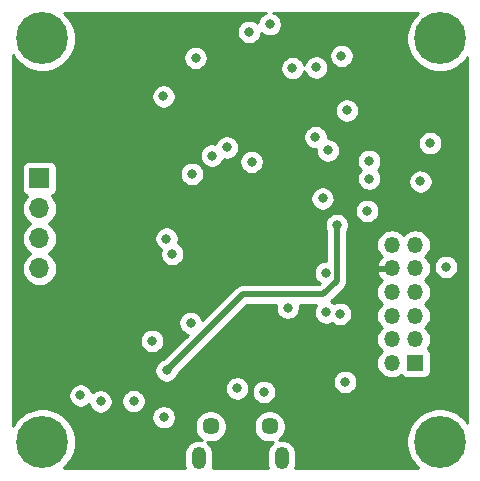
<source format=gbr>
G04 #@! TF.GenerationSoftware,KiCad,Pcbnew,(5.1.0)-1*
G04 #@! TF.CreationDate,2019-11-15T23:55:28-06:00*
G04 #@! TF.ProjectId,low_cost_multispectral_sensor,6c6f775f-636f-4737-945f-6d756c746973,rev?*
G04 #@! TF.SameCoordinates,Original*
G04 #@! TF.FileFunction,Copper,L3,Inr*
G04 #@! TF.FilePolarity,Positive*
%FSLAX46Y46*%
G04 Gerber Fmt 4.6, Leading zero omitted, Abs format (unit mm)*
G04 Created by KiCad (PCBNEW (5.1.0)-1) date 2019-11-15 23:55:28*
%MOMM*%
%LPD*%
G04 APERTURE LIST*
%ADD10C,1.450000*%
%ADD11O,1.200000X1.900000*%
%ADD12O,1.700000X1.700000*%
%ADD13R,1.700000X1.700000*%
%ADD14O,1.350000X1.350000*%
%ADD15R,1.350000X1.350000*%
%ADD16C,4.400000*%
%ADD17C,0.800000*%
%ADD18C,0.500000*%
%ADD19C,0.254000*%
G04 APERTURE END LIST*
D10*
X154025000Y-106950000D03*
X159025000Y-106950000D03*
D11*
X153025000Y-109650000D03*
X160025000Y-109650000D03*
D12*
X139525000Y-93570000D03*
X139525000Y-91030000D03*
X139525000Y-88490000D03*
D13*
X139525000Y-85950000D03*
D14*
X169350000Y-91575000D03*
X171350000Y-91575000D03*
X169350000Y-93575000D03*
X171350000Y-93575000D03*
X169350000Y-95575000D03*
X171350000Y-95575000D03*
X169350000Y-97575000D03*
X171350000Y-97575000D03*
X169350000Y-99575000D03*
X171350000Y-99575000D03*
X169350000Y-101575000D03*
D15*
X171350000Y-101575000D03*
D16*
X139775000Y-108250000D03*
X173425000Y-108250000D03*
X173425000Y-74100000D03*
X139775000Y-74100000D03*
D17*
X163500000Y-87650000D03*
X157500000Y-84550000D03*
X150025000Y-79000000D03*
X152750000Y-75750000D03*
X160950000Y-76625000D03*
X171775000Y-86200000D03*
X172600000Y-82975000D03*
X165550000Y-80200000D03*
X160550000Y-96900000D03*
X164975000Y-97425000D03*
X158525000Y-104025000D03*
X156275000Y-103725000D03*
X144700000Y-104825000D03*
X143000000Y-104325000D03*
X149075000Y-99700000D03*
X150050000Y-106175000D03*
X147500000Y-104800000D03*
X152325000Y-98175000D03*
X150300000Y-102200000D03*
X164700000Y-89900000D03*
X146875000Y-95100000D03*
X164700000Y-77850000D03*
X164100000Y-72775000D03*
X144525000Y-77050000D03*
X145225000Y-81200000D03*
X150025000Y-75650000D03*
X152500000Y-74400000D03*
X155525000Y-72650000D03*
X171925000Y-85000000D03*
X152275000Y-81575000D03*
X164775000Y-87625000D03*
X162900000Y-82450000D03*
X162950000Y-76550000D03*
X167275000Y-88700000D03*
X163800000Y-97300000D03*
X163950000Y-83575000D03*
X165100000Y-75575000D03*
X173950000Y-93450000D03*
X167450000Y-85975000D03*
X167450000Y-84475000D03*
X165400000Y-103175000D03*
X163775000Y-93950000D03*
X152425000Y-85575000D03*
X159025000Y-72900000D03*
X154135000Y-84025000D03*
X157275000Y-73550000D03*
X155400000Y-83325000D03*
X150775000Y-92350000D03*
X150275000Y-91050000D03*
D18*
X150300000Y-102200000D02*
X156725000Y-95775000D01*
X156725000Y-95775000D02*
X163575000Y-95775000D01*
X163575000Y-95775000D02*
X164700000Y-94650000D01*
X164700000Y-94650000D02*
X164700000Y-89900000D01*
D19*
G36*
X158534744Y-71982795D02*
G01*
X158365226Y-72096063D01*
X158221063Y-72240226D01*
X158107795Y-72409744D01*
X158029774Y-72598102D01*
X157990000Y-72798061D01*
X157990000Y-72801289D01*
X157934774Y-72746063D01*
X157765256Y-72632795D01*
X157576898Y-72554774D01*
X157376939Y-72515000D01*
X157173061Y-72515000D01*
X156973102Y-72554774D01*
X156784744Y-72632795D01*
X156615226Y-72746063D01*
X156471063Y-72890226D01*
X156357795Y-73059744D01*
X156279774Y-73248102D01*
X156240000Y-73448061D01*
X156240000Y-73651939D01*
X156279774Y-73851898D01*
X156357795Y-74040256D01*
X156471063Y-74209774D01*
X156615226Y-74353937D01*
X156784744Y-74467205D01*
X156973102Y-74545226D01*
X157173061Y-74585000D01*
X157376939Y-74585000D01*
X157576898Y-74545226D01*
X157765256Y-74467205D01*
X157934774Y-74353937D01*
X158078937Y-74209774D01*
X158192205Y-74040256D01*
X158270226Y-73851898D01*
X158310000Y-73651939D01*
X158310000Y-73648711D01*
X158365226Y-73703937D01*
X158534744Y-73817205D01*
X158723102Y-73895226D01*
X158923061Y-73935000D01*
X159126939Y-73935000D01*
X159326898Y-73895226D01*
X159515256Y-73817205D01*
X159684774Y-73703937D01*
X159828937Y-73559774D01*
X159942205Y-73390256D01*
X160020226Y-73201898D01*
X160060000Y-73001939D01*
X160060000Y-72798061D01*
X160020226Y-72598102D01*
X159942205Y-72409744D01*
X159828937Y-72240226D01*
X159684774Y-72096063D01*
X159515256Y-71982795D01*
X159339515Y-71910000D01*
X171605705Y-71910000D01*
X171222912Y-72292793D01*
X170912656Y-72757124D01*
X170698948Y-73273061D01*
X170590000Y-73820777D01*
X170590000Y-74379223D01*
X170698948Y-74926939D01*
X170912656Y-75442876D01*
X171222912Y-75907207D01*
X171617793Y-76302088D01*
X172082124Y-76612344D01*
X172598061Y-76826052D01*
X173145777Y-76935000D01*
X173704223Y-76935000D01*
X174251939Y-76826052D01*
X174767876Y-76612344D01*
X175232207Y-76302088D01*
X175627088Y-75907207D01*
X175765001Y-75700806D01*
X175765000Y-106649193D01*
X175627088Y-106442793D01*
X175232207Y-106047912D01*
X174767876Y-105737656D01*
X174251939Y-105523948D01*
X173704223Y-105415000D01*
X173145777Y-105415000D01*
X172598061Y-105523948D01*
X172082124Y-105737656D01*
X171617793Y-106047912D01*
X171222912Y-106442793D01*
X170912656Y-106907124D01*
X170698948Y-107423061D01*
X170590000Y-107970777D01*
X170590000Y-108529223D01*
X170698948Y-109076939D01*
X170912656Y-109592876D01*
X171222912Y-110057207D01*
X171605705Y-110440000D01*
X161182098Y-110440000D01*
X161242130Y-110242101D01*
X161260000Y-110060664D01*
X161260000Y-109239335D01*
X161242130Y-109057898D01*
X161171511Y-108825099D01*
X161056833Y-108610551D01*
X160902502Y-108422498D01*
X160714448Y-108268167D01*
X160499900Y-108153489D01*
X160267101Y-108082870D01*
X160025000Y-108059025D01*
X159782898Y-108082870D01*
X159772965Y-108085883D01*
X159891949Y-108006381D01*
X160081381Y-107816949D01*
X160230216Y-107594201D01*
X160332736Y-107346697D01*
X160385000Y-107083948D01*
X160385000Y-106816052D01*
X160332736Y-106553303D01*
X160230216Y-106305799D01*
X160081381Y-106083051D01*
X159891949Y-105893619D01*
X159669201Y-105744784D01*
X159421697Y-105642264D01*
X159158948Y-105590000D01*
X158891052Y-105590000D01*
X158628303Y-105642264D01*
X158380799Y-105744784D01*
X158158051Y-105893619D01*
X157968619Y-106083051D01*
X157819784Y-106305799D01*
X157717264Y-106553303D01*
X157665000Y-106816052D01*
X157665000Y-107083948D01*
X157717264Y-107346697D01*
X157819784Y-107594201D01*
X157968619Y-107816949D01*
X158158051Y-108006381D01*
X158380799Y-108155216D01*
X158628303Y-108257736D01*
X158891052Y-108310000D01*
X159158948Y-108310000D01*
X159324768Y-108277016D01*
X159147498Y-108422498D01*
X158993167Y-108610552D01*
X158878489Y-108825100D01*
X158807870Y-109057899D01*
X158790000Y-109239336D01*
X158790000Y-110060665D01*
X158807870Y-110242102D01*
X158867902Y-110440000D01*
X154182098Y-110440000D01*
X154242130Y-110242102D01*
X154260000Y-110060665D01*
X154260000Y-109239336D01*
X154242130Y-109057899D01*
X154171511Y-108825099D01*
X154056833Y-108610551D01*
X153902502Y-108422498D01*
X153725232Y-108277016D01*
X153891052Y-108310000D01*
X154158948Y-108310000D01*
X154421697Y-108257736D01*
X154669201Y-108155216D01*
X154891949Y-108006381D01*
X155081381Y-107816949D01*
X155230216Y-107594201D01*
X155332736Y-107346697D01*
X155385000Y-107083948D01*
X155385000Y-106816052D01*
X155332736Y-106553303D01*
X155230216Y-106305799D01*
X155081381Y-106083051D01*
X154891949Y-105893619D01*
X154669201Y-105744784D01*
X154421697Y-105642264D01*
X154158948Y-105590000D01*
X153891052Y-105590000D01*
X153628303Y-105642264D01*
X153380799Y-105744784D01*
X153158051Y-105893619D01*
X152968619Y-106083051D01*
X152819784Y-106305799D01*
X152717264Y-106553303D01*
X152665000Y-106816052D01*
X152665000Y-107083948D01*
X152717264Y-107346697D01*
X152819784Y-107594201D01*
X152968619Y-107816949D01*
X153158051Y-108006381D01*
X153277035Y-108085883D01*
X153267102Y-108082870D01*
X153025000Y-108059025D01*
X152782899Y-108082870D01*
X152550100Y-108153489D01*
X152335552Y-108268167D01*
X152147499Y-108422498D01*
X151993168Y-108610551D01*
X151878489Y-108825099D01*
X151807870Y-109057898D01*
X151790000Y-109239335D01*
X151790000Y-110060664D01*
X151807870Y-110242101D01*
X151867902Y-110440000D01*
X141594295Y-110440000D01*
X141977088Y-110057207D01*
X142287344Y-109592876D01*
X142501052Y-109076939D01*
X142610000Y-108529223D01*
X142610000Y-107970777D01*
X142501052Y-107423061D01*
X142287344Y-106907124D01*
X141977088Y-106442793D01*
X141607356Y-106073061D01*
X149015000Y-106073061D01*
X149015000Y-106276939D01*
X149054774Y-106476898D01*
X149132795Y-106665256D01*
X149246063Y-106834774D01*
X149390226Y-106978937D01*
X149559744Y-107092205D01*
X149748102Y-107170226D01*
X149948061Y-107210000D01*
X150151939Y-107210000D01*
X150351898Y-107170226D01*
X150540256Y-107092205D01*
X150709774Y-106978937D01*
X150853937Y-106834774D01*
X150967205Y-106665256D01*
X151045226Y-106476898D01*
X151085000Y-106276939D01*
X151085000Y-106073061D01*
X151045226Y-105873102D01*
X150967205Y-105684744D01*
X150853937Y-105515226D01*
X150709774Y-105371063D01*
X150540256Y-105257795D01*
X150351898Y-105179774D01*
X150151939Y-105140000D01*
X149948061Y-105140000D01*
X149748102Y-105179774D01*
X149559744Y-105257795D01*
X149390226Y-105371063D01*
X149246063Y-105515226D01*
X149132795Y-105684744D01*
X149054774Y-105873102D01*
X149015000Y-106073061D01*
X141607356Y-106073061D01*
X141582207Y-106047912D01*
X141117876Y-105737656D01*
X140601939Y-105523948D01*
X140054223Y-105415000D01*
X139495777Y-105415000D01*
X138948061Y-105523948D01*
X138432124Y-105737656D01*
X137967793Y-106047912D01*
X137572912Y-106442793D01*
X137285000Y-106873684D01*
X137285000Y-104223061D01*
X141965000Y-104223061D01*
X141965000Y-104426939D01*
X142004774Y-104626898D01*
X142082795Y-104815256D01*
X142196063Y-104984774D01*
X142340226Y-105128937D01*
X142509744Y-105242205D01*
X142698102Y-105320226D01*
X142898061Y-105360000D01*
X143101939Y-105360000D01*
X143301898Y-105320226D01*
X143490256Y-105242205D01*
X143659774Y-105128937D01*
X143697646Y-105091065D01*
X143704774Y-105126898D01*
X143782795Y-105315256D01*
X143896063Y-105484774D01*
X144040226Y-105628937D01*
X144209744Y-105742205D01*
X144398102Y-105820226D01*
X144598061Y-105860000D01*
X144801939Y-105860000D01*
X145001898Y-105820226D01*
X145190256Y-105742205D01*
X145359774Y-105628937D01*
X145503937Y-105484774D01*
X145617205Y-105315256D01*
X145695226Y-105126898D01*
X145735000Y-104926939D01*
X145735000Y-104723061D01*
X145730028Y-104698061D01*
X146465000Y-104698061D01*
X146465000Y-104901939D01*
X146504774Y-105101898D01*
X146582795Y-105290256D01*
X146696063Y-105459774D01*
X146840226Y-105603937D01*
X147009744Y-105717205D01*
X147198102Y-105795226D01*
X147398061Y-105835000D01*
X147601939Y-105835000D01*
X147801898Y-105795226D01*
X147990256Y-105717205D01*
X148159774Y-105603937D01*
X148303937Y-105459774D01*
X148417205Y-105290256D01*
X148495226Y-105101898D01*
X148535000Y-104901939D01*
X148535000Y-104698061D01*
X148495226Y-104498102D01*
X148417205Y-104309744D01*
X148303937Y-104140226D01*
X148159774Y-103996063D01*
X147990256Y-103882795D01*
X147801898Y-103804774D01*
X147601939Y-103765000D01*
X147398061Y-103765000D01*
X147198102Y-103804774D01*
X147009744Y-103882795D01*
X146840226Y-103996063D01*
X146696063Y-104140226D01*
X146582795Y-104309744D01*
X146504774Y-104498102D01*
X146465000Y-104698061D01*
X145730028Y-104698061D01*
X145695226Y-104523102D01*
X145617205Y-104334744D01*
X145503937Y-104165226D01*
X145359774Y-104021063D01*
X145190256Y-103907795D01*
X145001898Y-103829774D01*
X144801939Y-103790000D01*
X144598061Y-103790000D01*
X144398102Y-103829774D01*
X144209744Y-103907795D01*
X144040226Y-104021063D01*
X144002354Y-104058935D01*
X143995226Y-104023102D01*
X143917205Y-103834744D01*
X143803937Y-103665226D01*
X143761772Y-103623061D01*
X155240000Y-103623061D01*
X155240000Y-103826939D01*
X155279774Y-104026898D01*
X155357795Y-104215256D01*
X155471063Y-104384774D01*
X155615226Y-104528937D01*
X155784744Y-104642205D01*
X155973102Y-104720226D01*
X156173061Y-104760000D01*
X156376939Y-104760000D01*
X156576898Y-104720226D01*
X156765256Y-104642205D01*
X156934774Y-104528937D01*
X157078937Y-104384774D01*
X157192205Y-104215256D01*
X157270226Y-104026898D01*
X157290880Y-103923061D01*
X157490000Y-103923061D01*
X157490000Y-104126939D01*
X157529774Y-104326898D01*
X157607795Y-104515256D01*
X157721063Y-104684774D01*
X157865226Y-104828937D01*
X158034744Y-104942205D01*
X158223102Y-105020226D01*
X158423061Y-105060000D01*
X158626939Y-105060000D01*
X158826898Y-105020226D01*
X159015256Y-104942205D01*
X159184774Y-104828937D01*
X159328937Y-104684774D01*
X159442205Y-104515256D01*
X159520226Y-104326898D01*
X159560000Y-104126939D01*
X159560000Y-103923061D01*
X159520226Y-103723102D01*
X159442205Y-103534744D01*
X159328937Y-103365226D01*
X159184774Y-103221063D01*
X159015256Y-103107795D01*
X158931402Y-103073061D01*
X164365000Y-103073061D01*
X164365000Y-103276939D01*
X164404774Y-103476898D01*
X164482795Y-103665256D01*
X164596063Y-103834774D01*
X164740226Y-103978937D01*
X164909744Y-104092205D01*
X165098102Y-104170226D01*
X165298061Y-104210000D01*
X165501939Y-104210000D01*
X165701898Y-104170226D01*
X165890256Y-104092205D01*
X166059774Y-103978937D01*
X166203937Y-103834774D01*
X166317205Y-103665256D01*
X166395226Y-103476898D01*
X166435000Y-103276939D01*
X166435000Y-103073061D01*
X166395226Y-102873102D01*
X166317205Y-102684744D01*
X166203937Y-102515226D01*
X166059774Y-102371063D01*
X165890256Y-102257795D01*
X165701898Y-102179774D01*
X165501939Y-102140000D01*
X165298061Y-102140000D01*
X165098102Y-102179774D01*
X164909744Y-102257795D01*
X164740226Y-102371063D01*
X164596063Y-102515226D01*
X164482795Y-102684744D01*
X164404774Y-102873102D01*
X164365000Y-103073061D01*
X158931402Y-103073061D01*
X158826898Y-103029774D01*
X158626939Y-102990000D01*
X158423061Y-102990000D01*
X158223102Y-103029774D01*
X158034744Y-103107795D01*
X157865226Y-103221063D01*
X157721063Y-103365226D01*
X157607795Y-103534744D01*
X157529774Y-103723102D01*
X157490000Y-103923061D01*
X157290880Y-103923061D01*
X157310000Y-103826939D01*
X157310000Y-103623061D01*
X157270226Y-103423102D01*
X157192205Y-103234744D01*
X157078937Y-103065226D01*
X156934774Y-102921063D01*
X156765256Y-102807795D01*
X156576898Y-102729774D01*
X156376939Y-102690000D01*
X156173061Y-102690000D01*
X155973102Y-102729774D01*
X155784744Y-102807795D01*
X155615226Y-102921063D01*
X155471063Y-103065226D01*
X155357795Y-103234744D01*
X155279774Y-103423102D01*
X155240000Y-103623061D01*
X143761772Y-103623061D01*
X143659774Y-103521063D01*
X143490256Y-103407795D01*
X143301898Y-103329774D01*
X143101939Y-103290000D01*
X142898061Y-103290000D01*
X142698102Y-103329774D01*
X142509744Y-103407795D01*
X142340226Y-103521063D01*
X142196063Y-103665226D01*
X142082795Y-103834744D01*
X142004774Y-104023102D01*
X141965000Y-104223061D01*
X137285000Y-104223061D01*
X137285000Y-102098061D01*
X149265000Y-102098061D01*
X149265000Y-102301939D01*
X149304774Y-102501898D01*
X149382795Y-102690256D01*
X149496063Y-102859774D01*
X149640226Y-103003937D01*
X149809744Y-103117205D01*
X149998102Y-103195226D01*
X150198061Y-103235000D01*
X150401939Y-103235000D01*
X150601898Y-103195226D01*
X150790256Y-103117205D01*
X150959774Y-103003937D01*
X151103937Y-102859774D01*
X151217205Y-102690256D01*
X151295226Y-102501898D01*
X151306535Y-102445043D01*
X157091579Y-96660000D01*
X159542462Y-96660000D01*
X159515000Y-96798061D01*
X159515000Y-97001939D01*
X159554774Y-97201898D01*
X159632795Y-97390256D01*
X159746063Y-97559774D01*
X159890226Y-97703937D01*
X160059744Y-97817205D01*
X160248102Y-97895226D01*
X160448061Y-97935000D01*
X160651939Y-97935000D01*
X160851898Y-97895226D01*
X161040256Y-97817205D01*
X161209774Y-97703937D01*
X161353937Y-97559774D01*
X161467205Y-97390256D01*
X161545226Y-97201898D01*
X161585000Y-97001939D01*
X161585000Y-96798061D01*
X161557538Y-96660000D01*
X162982850Y-96660000D01*
X162882795Y-96809744D01*
X162804774Y-96998102D01*
X162765000Y-97198061D01*
X162765000Y-97401939D01*
X162804774Y-97601898D01*
X162882795Y-97790256D01*
X162996063Y-97959774D01*
X163140226Y-98103937D01*
X163309744Y-98217205D01*
X163498102Y-98295226D01*
X163698061Y-98335000D01*
X163901939Y-98335000D01*
X164101898Y-98295226D01*
X164290256Y-98217205D01*
X164298192Y-98211903D01*
X164315226Y-98228937D01*
X164484744Y-98342205D01*
X164673102Y-98420226D01*
X164873061Y-98460000D01*
X165076939Y-98460000D01*
X165276898Y-98420226D01*
X165465256Y-98342205D01*
X165634774Y-98228937D01*
X165778937Y-98084774D01*
X165892205Y-97915256D01*
X165970226Y-97726898D01*
X166010000Y-97526939D01*
X166010000Y-97323061D01*
X165970226Y-97123102D01*
X165892205Y-96934744D01*
X165778937Y-96765226D01*
X165634774Y-96621063D01*
X165465256Y-96507795D01*
X165276898Y-96429774D01*
X165076939Y-96390000D01*
X164873061Y-96390000D01*
X164673102Y-96429774D01*
X164484744Y-96507795D01*
X164476808Y-96513097D01*
X164459774Y-96496063D01*
X164290256Y-96382795D01*
X164239717Y-96361861D01*
X165295050Y-95306529D01*
X165328817Y-95278817D01*
X165409953Y-95179954D01*
X165439410Y-95144060D01*
X165439411Y-95144059D01*
X165521589Y-94990313D01*
X165572195Y-94823490D01*
X165585000Y-94693477D01*
X165585000Y-94693467D01*
X165589281Y-94650001D01*
X165585000Y-94606535D01*
X165585000Y-91575000D01*
X168033662Y-91575000D01*
X168058955Y-91831805D01*
X168133862Y-92078741D01*
X168255505Y-92306318D01*
X168419208Y-92505792D01*
X168507648Y-92578372D01*
X168371697Y-92703773D01*
X168220527Y-92911371D01*
X168112762Y-93144472D01*
X168082090Y-93245600D01*
X168205776Y-93448000D01*
X169223000Y-93448000D01*
X169223000Y-93428000D01*
X169477000Y-93428000D01*
X169477000Y-93448000D01*
X169497000Y-93448000D01*
X169497000Y-93702000D01*
X169477000Y-93702000D01*
X169477000Y-93722000D01*
X169223000Y-93722000D01*
X169223000Y-93702000D01*
X168205776Y-93702000D01*
X168082090Y-93904400D01*
X168112762Y-94005528D01*
X168220527Y-94238629D01*
X168371697Y-94446227D01*
X168507648Y-94571628D01*
X168419208Y-94644208D01*
X168255505Y-94843682D01*
X168133862Y-95071259D01*
X168058955Y-95318195D01*
X168033662Y-95575000D01*
X168058955Y-95831805D01*
X168133862Y-96078741D01*
X168255505Y-96306318D01*
X168419208Y-96505792D01*
X168503539Y-96575000D01*
X168419208Y-96644208D01*
X168255505Y-96843682D01*
X168133862Y-97071259D01*
X168058955Y-97318195D01*
X168033662Y-97575000D01*
X168058955Y-97831805D01*
X168133862Y-98078741D01*
X168255505Y-98306318D01*
X168419208Y-98505792D01*
X168503539Y-98575000D01*
X168419208Y-98644208D01*
X168255505Y-98843682D01*
X168133862Y-99071259D01*
X168058955Y-99318195D01*
X168033662Y-99575000D01*
X168058955Y-99831805D01*
X168133862Y-100078741D01*
X168255505Y-100306318D01*
X168419208Y-100505792D01*
X168503539Y-100575000D01*
X168419208Y-100644208D01*
X168255505Y-100843682D01*
X168133862Y-101071259D01*
X168058955Y-101318195D01*
X168033662Y-101575000D01*
X168058955Y-101831805D01*
X168133862Y-102078741D01*
X168255505Y-102306318D01*
X168419208Y-102505792D01*
X168618682Y-102669495D01*
X168846259Y-102791138D01*
X169093195Y-102866045D01*
X169285649Y-102885000D01*
X169414351Y-102885000D01*
X169606805Y-102866045D01*
X169853741Y-102791138D01*
X170081318Y-102669495D01*
X170150926Y-102612369D01*
X170223815Y-102701185D01*
X170320506Y-102780537D01*
X170430820Y-102839502D01*
X170550518Y-102875812D01*
X170675000Y-102888072D01*
X172025000Y-102888072D01*
X172149482Y-102875812D01*
X172269180Y-102839502D01*
X172379494Y-102780537D01*
X172476185Y-102701185D01*
X172555537Y-102604494D01*
X172614502Y-102494180D01*
X172650812Y-102374482D01*
X172663072Y-102250000D01*
X172663072Y-100900000D01*
X172650812Y-100775518D01*
X172614502Y-100655820D01*
X172555537Y-100545506D01*
X172476185Y-100448815D01*
X172387369Y-100375926D01*
X172444495Y-100306318D01*
X172566138Y-100078741D01*
X172641045Y-99831805D01*
X172666338Y-99575000D01*
X172641045Y-99318195D01*
X172566138Y-99071259D01*
X172444495Y-98843682D01*
X172280792Y-98644208D01*
X172196461Y-98575000D01*
X172280792Y-98505792D01*
X172444495Y-98306318D01*
X172566138Y-98078741D01*
X172641045Y-97831805D01*
X172666338Y-97575000D01*
X172641045Y-97318195D01*
X172566138Y-97071259D01*
X172444495Y-96843682D01*
X172280792Y-96644208D01*
X172196461Y-96575000D01*
X172280792Y-96505792D01*
X172444495Y-96306318D01*
X172566138Y-96078741D01*
X172641045Y-95831805D01*
X172666338Y-95575000D01*
X172641045Y-95318195D01*
X172566138Y-95071259D01*
X172444495Y-94843682D01*
X172280792Y-94644208D01*
X172196461Y-94575000D01*
X172280792Y-94505792D01*
X172444495Y-94306318D01*
X172566138Y-94078741D01*
X172641045Y-93831805D01*
X172666338Y-93575000D01*
X172643987Y-93348061D01*
X172915000Y-93348061D01*
X172915000Y-93551939D01*
X172954774Y-93751898D01*
X173032795Y-93940256D01*
X173146063Y-94109774D01*
X173290226Y-94253937D01*
X173459744Y-94367205D01*
X173648102Y-94445226D01*
X173848061Y-94485000D01*
X174051939Y-94485000D01*
X174251898Y-94445226D01*
X174440256Y-94367205D01*
X174609774Y-94253937D01*
X174753937Y-94109774D01*
X174867205Y-93940256D01*
X174945226Y-93751898D01*
X174985000Y-93551939D01*
X174985000Y-93348061D01*
X174945226Y-93148102D01*
X174867205Y-92959744D01*
X174753937Y-92790226D01*
X174609774Y-92646063D01*
X174440256Y-92532795D01*
X174251898Y-92454774D01*
X174051939Y-92415000D01*
X173848061Y-92415000D01*
X173648102Y-92454774D01*
X173459744Y-92532795D01*
X173290226Y-92646063D01*
X173146063Y-92790226D01*
X173032795Y-92959744D01*
X172954774Y-93148102D01*
X172915000Y-93348061D01*
X172643987Y-93348061D01*
X172641045Y-93318195D01*
X172566138Y-93071259D01*
X172444495Y-92843682D01*
X172280792Y-92644208D01*
X172196461Y-92575000D01*
X172280792Y-92505792D01*
X172444495Y-92306318D01*
X172566138Y-92078741D01*
X172641045Y-91831805D01*
X172666338Y-91575000D01*
X172641045Y-91318195D01*
X172566138Y-91071259D01*
X172444495Y-90843682D01*
X172280792Y-90644208D01*
X172081318Y-90480505D01*
X171853741Y-90358862D01*
X171606805Y-90283955D01*
X171414351Y-90265000D01*
X171285649Y-90265000D01*
X171093195Y-90283955D01*
X170846259Y-90358862D01*
X170618682Y-90480505D01*
X170419208Y-90644208D01*
X170350000Y-90728539D01*
X170280792Y-90644208D01*
X170081318Y-90480505D01*
X169853741Y-90358862D01*
X169606805Y-90283955D01*
X169414351Y-90265000D01*
X169285649Y-90265000D01*
X169093195Y-90283955D01*
X168846259Y-90358862D01*
X168618682Y-90480505D01*
X168419208Y-90644208D01*
X168255505Y-90843682D01*
X168133862Y-91071259D01*
X168058955Y-91318195D01*
X168033662Y-91575000D01*
X165585000Y-91575000D01*
X165585000Y-90438454D01*
X165617205Y-90390256D01*
X165695226Y-90201898D01*
X165735000Y-90001939D01*
X165735000Y-89798061D01*
X165695226Y-89598102D01*
X165617205Y-89409744D01*
X165503937Y-89240226D01*
X165359774Y-89096063D01*
X165190256Y-88982795D01*
X165001898Y-88904774D01*
X164801939Y-88865000D01*
X164598061Y-88865000D01*
X164398102Y-88904774D01*
X164209744Y-88982795D01*
X164040226Y-89096063D01*
X163896063Y-89240226D01*
X163782795Y-89409744D01*
X163704774Y-89598102D01*
X163665000Y-89798061D01*
X163665000Y-90001939D01*
X163704774Y-90201898D01*
X163782795Y-90390256D01*
X163815001Y-90438456D01*
X163815000Y-92915000D01*
X163673061Y-92915000D01*
X163473102Y-92954774D01*
X163284744Y-93032795D01*
X163115226Y-93146063D01*
X162971063Y-93290226D01*
X162857795Y-93459744D01*
X162779774Y-93648102D01*
X162740000Y-93848061D01*
X162740000Y-94051939D01*
X162779774Y-94251898D01*
X162857795Y-94440256D01*
X162971063Y-94609774D01*
X163115226Y-94753937D01*
X163252657Y-94845765D01*
X163208422Y-94890000D01*
X156768465Y-94890000D01*
X156724999Y-94885719D01*
X156681533Y-94890000D01*
X156681523Y-94890000D01*
X156551510Y-94902805D01*
X156384687Y-94953411D01*
X156230941Y-95035589D01*
X156230939Y-95035590D01*
X156230940Y-95035590D01*
X156129953Y-95118468D01*
X156129951Y-95118470D01*
X156096183Y-95146183D01*
X156068470Y-95179951D01*
X153329367Y-97919055D01*
X153320226Y-97873102D01*
X153242205Y-97684744D01*
X153128937Y-97515226D01*
X152984774Y-97371063D01*
X152815256Y-97257795D01*
X152626898Y-97179774D01*
X152426939Y-97140000D01*
X152223061Y-97140000D01*
X152023102Y-97179774D01*
X151834744Y-97257795D01*
X151665226Y-97371063D01*
X151521063Y-97515226D01*
X151407795Y-97684744D01*
X151329774Y-97873102D01*
X151290000Y-98073061D01*
X151290000Y-98276939D01*
X151329774Y-98476898D01*
X151407795Y-98665256D01*
X151521063Y-98834774D01*
X151665226Y-98978937D01*
X151834744Y-99092205D01*
X152023102Y-99170226D01*
X152069055Y-99179367D01*
X150054957Y-101193465D01*
X149998102Y-101204774D01*
X149809744Y-101282795D01*
X149640226Y-101396063D01*
X149496063Y-101540226D01*
X149382795Y-101709744D01*
X149304774Y-101898102D01*
X149265000Y-102098061D01*
X137285000Y-102098061D01*
X137285000Y-99598061D01*
X148040000Y-99598061D01*
X148040000Y-99801939D01*
X148079774Y-100001898D01*
X148157795Y-100190256D01*
X148271063Y-100359774D01*
X148415226Y-100503937D01*
X148584744Y-100617205D01*
X148773102Y-100695226D01*
X148973061Y-100735000D01*
X149176939Y-100735000D01*
X149376898Y-100695226D01*
X149565256Y-100617205D01*
X149734774Y-100503937D01*
X149878937Y-100359774D01*
X149992205Y-100190256D01*
X150070226Y-100001898D01*
X150110000Y-99801939D01*
X150110000Y-99598061D01*
X150070226Y-99398102D01*
X149992205Y-99209744D01*
X149878937Y-99040226D01*
X149734774Y-98896063D01*
X149565256Y-98782795D01*
X149376898Y-98704774D01*
X149176939Y-98665000D01*
X148973061Y-98665000D01*
X148773102Y-98704774D01*
X148584744Y-98782795D01*
X148415226Y-98896063D01*
X148271063Y-99040226D01*
X148157795Y-99209744D01*
X148079774Y-99398102D01*
X148040000Y-99598061D01*
X137285000Y-99598061D01*
X137285000Y-88490000D01*
X138032815Y-88490000D01*
X138061487Y-88781111D01*
X138146401Y-89061034D01*
X138284294Y-89319014D01*
X138469866Y-89545134D01*
X138695986Y-89730706D01*
X138750791Y-89760000D01*
X138695986Y-89789294D01*
X138469866Y-89974866D01*
X138284294Y-90200986D01*
X138146401Y-90458966D01*
X138061487Y-90738889D01*
X138032815Y-91030000D01*
X138061487Y-91321111D01*
X138146401Y-91601034D01*
X138284294Y-91859014D01*
X138469866Y-92085134D01*
X138695986Y-92270706D01*
X138750791Y-92300000D01*
X138695986Y-92329294D01*
X138469866Y-92514866D01*
X138284294Y-92740986D01*
X138146401Y-92998966D01*
X138061487Y-93278889D01*
X138032815Y-93570000D01*
X138061487Y-93861111D01*
X138146401Y-94141034D01*
X138284294Y-94399014D01*
X138469866Y-94625134D01*
X138695986Y-94810706D01*
X138953966Y-94948599D01*
X139233889Y-95033513D01*
X139452050Y-95055000D01*
X139597950Y-95055000D01*
X139816111Y-95033513D01*
X140096034Y-94948599D01*
X140354014Y-94810706D01*
X140580134Y-94625134D01*
X140765706Y-94399014D01*
X140903599Y-94141034D01*
X140988513Y-93861111D01*
X141017185Y-93570000D01*
X140988513Y-93278889D01*
X140903599Y-92998966D01*
X140765706Y-92740986D01*
X140580134Y-92514866D01*
X140354014Y-92329294D01*
X140299209Y-92300000D01*
X140354014Y-92270706D01*
X140580134Y-92085134D01*
X140765706Y-91859014D01*
X140903599Y-91601034D01*
X140988513Y-91321111D01*
X141017185Y-91030000D01*
X141009115Y-90948061D01*
X149240000Y-90948061D01*
X149240000Y-91151939D01*
X149279774Y-91351898D01*
X149357795Y-91540256D01*
X149471063Y-91709774D01*
X149615226Y-91853937D01*
X149784744Y-91967205D01*
X149809103Y-91977295D01*
X149779774Y-92048102D01*
X149740000Y-92248061D01*
X149740000Y-92451939D01*
X149779774Y-92651898D01*
X149857795Y-92840256D01*
X149971063Y-93009774D01*
X150115226Y-93153937D01*
X150284744Y-93267205D01*
X150473102Y-93345226D01*
X150673061Y-93385000D01*
X150876939Y-93385000D01*
X151076898Y-93345226D01*
X151265256Y-93267205D01*
X151434774Y-93153937D01*
X151578937Y-93009774D01*
X151692205Y-92840256D01*
X151770226Y-92651898D01*
X151810000Y-92451939D01*
X151810000Y-92248061D01*
X151770226Y-92048102D01*
X151692205Y-91859744D01*
X151578937Y-91690226D01*
X151434774Y-91546063D01*
X151265256Y-91432795D01*
X151240897Y-91422705D01*
X151270226Y-91351898D01*
X151310000Y-91151939D01*
X151310000Y-90948061D01*
X151270226Y-90748102D01*
X151192205Y-90559744D01*
X151078937Y-90390226D01*
X150934774Y-90246063D01*
X150765256Y-90132795D01*
X150576898Y-90054774D01*
X150376939Y-90015000D01*
X150173061Y-90015000D01*
X149973102Y-90054774D01*
X149784744Y-90132795D01*
X149615226Y-90246063D01*
X149471063Y-90390226D01*
X149357795Y-90559744D01*
X149279774Y-90748102D01*
X149240000Y-90948061D01*
X141009115Y-90948061D01*
X140988513Y-90738889D01*
X140903599Y-90458966D01*
X140765706Y-90200986D01*
X140580134Y-89974866D01*
X140354014Y-89789294D01*
X140299209Y-89760000D01*
X140354014Y-89730706D01*
X140580134Y-89545134D01*
X140765706Y-89319014D01*
X140903599Y-89061034D01*
X140988513Y-88781111D01*
X141017185Y-88490000D01*
X140988513Y-88198889D01*
X140903599Y-87918966D01*
X140765706Y-87660986D01*
X140673031Y-87548061D01*
X162465000Y-87548061D01*
X162465000Y-87751939D01*
X162504774Y-87951898D01*
X162582795Y-88140256D01*
X162696063Y-88309774D01*
X162840226Y-88453937D01*
X163009744Y-88567205D01*
X163198102Y-88645226D01*
X163398061Y-88685000D01*
X163601939Y-88685000D01*
X163801898Y-88645226D01*
X163915763Y-88598061D01*
X166240000Y-88598061D01*
X166240000Y-88801939D01*
X166279774Y-89001898D01*
X166357795Y-89190256D01*
X166471063Y-89359774D01*
X166615226Y-89503937D01*
X166784744Y-89617205D01*
X166973102Y-89695226D01*
X167173061Y-89735000D01*
X167376939Y-89735000D01*
X167576898Y-89695226D01*
X167765256Y-89617205D01*
X167934774Y-89503937D01*
X168078937Y-89359774D01*
X168192205Y-89190256D01*
X168270226Y-89001898D01*
X168310000Y-88801939D01*
X168310000Y-88598061D01*
X168270226Y-88398102D01*
X168192205Y-88209744D01*
X168078937Y-88040226D01*
X167934774Y-87896063D01*
X167765256Y-87782795D01*
X167576898Y-87704774D01*
X167376939Y-87665000D01*
X167173061Y-87665000D01*
X166973102Y-87704774D01*
X166784744Y-87782795D01*
X166615226Y-87896063D01*
X166471063Y-88040226D01*
X166357795Y-88209744D01*
X166279774Y-88398102D01*
X166240000Y-88598061D01*
X163915763Y-88598061D01*
X163990256Y-88567205D01*
X164159774Y-88453937D01*
X164303937Y-88309774D01*
X164417205Y-88140256D01*
X164495226Y-87951898D01*
X164535000Y-87751939D01*
X164535000Y-87548061D01*
X164495226Y-87348102D01*
X164417205Y-87159744D01*
X164303937Y-86990226D01*
X164159774Y-86846063D01*
X163990256Y-86732795D01*
X163801898Y-86654774D01*
X163601939Y-86615000D01*
X163398061Y-86615000D01*
X163198102Y-86654774D01*
X163009744Y-86732795D01*
X162840226Y-86846063D01*
X162696063Y-86990226D01*
X162582795Y-87159744D01*
X162504774Y-87348102D01*
X162465000Y-87548061D01*
X140673031Y-87548061D01*
X140580134Y-87434866D01*
X140550313Y-87410393D01*
X140619180Y-87389502D01*
X140729494Y-87330537D01*
X140826185Y-87251185D01*
X140905537Y-87154494D01*
X140964502Y-87044180D01*
X141000812Y-86924482D01*
X141013072Y-86800000D01*
X141013072Y-85473061D01*
X151390000Y-85473061D01*
X151390000Y-85676939D01*
X151429774Y-85876898D01*
X151507795Y-86065256D01*
X151621063Y-86234774D01*
X151765226Y-86378937D01*
X151934744Y-86492205D01*
X152123102Y-86570226D01*
X152323061Y-86610000D01*
X152526939Y-86610000D01*
X152726898Y-86570226D01*
X152915256Y-86492205D01*
X153084774Y-86378937D01*
X153228937Y-86234774D01*
X153342205Y-86065256D01*
X153420226Y-85876898D01*
X153460000Y-85676939D01*
X153460000Y-85473061D01*
X153420226Y-85273102D01*
X153342205Y-85084744D01*
X153228937Y-84915226D01*
X153084774Y-84771063D01*
X152915256Y-84657795D01*
X152726898Y-84579774D01*
X152526939Y-84540000D01*
X152323061Y-84540000D01*
X152123102Y-84579774D01*
X151934744Y-84657795D01*
X151765226Y-84771063D01*
X151621063Y-84915226D01*
X151507795Y-85084744D01*
X151429774Y-85273102D01*
X151390000Y-85473061D01*
X141013072Y-85473061D01*
X141013072Y-85100000D01*
X141000812Y-84975518D01*
X140964502Y-84855820D01*
X140905537Y-84745506D01*
X140826185Y-84648815D01*
X140729494Y-84569463D01*
X140619180Y-84510498D01*
X140499482Y-84474188D01*
X140375000Y-84461928D01*
X138675000Y-84461928D01*
X138550518Y-84474188D01*
X138430820Y-84510498D01*
X138320506Y-84569463D01*
X138223815Y-84648815D01*
X138144463Y-84745506D01*
X138085498Y-84855820D01*
X138049188Y-84975518D01*
X138036928Y-85100000D01*
X138036928Y-86800000D01*
X138049188Y-86924482D01*
X138085498Y-87044180D01*
X138144463Y-87154494D01*
X138223815Y-87251185D01*
X138320506Y-87330537D01*
X138430820Y-87389502D01*
X138499687Y-87410393D01*
X138469866Y-87434866D01*
X138284294Y-87660986D01*
X138146401Y-87918966D01*
X138061487Y-88198889D01*
X138032815Y-88490000D01*
X137285000Y-88490000D01*
X137285000Y-83923061D01*
X153100000Y-83923061D01*
X153100000Y-84126939D01*
X153139774Y-84326898D01*
X153217795Y-84515256D01*
X153331063Y-84684774D01*
X153475226Y-84828937D01*
X153644744Y-84942205D01*
X153833102Y-85020226D01*
X154033061Y-85060000D01*
X154236939Y-85060000D01*
X154436898Y-85020226D01*
X154625256Y-84942205D01*
X154794774Y-84828937D01*
X154938937Y-84684774D01*
X155052205Y-84515256D01*
X155080038Y-84448061D01*
X156465000Y-84448061D01*
X156465000Y-84651939D01*
X156504774Y-84851898D01*
X156582795Y-85040256D01*
X156696063Y-85209774D01*
X156840226Y-85353937D01*
X157009744Y-85467205D01*
X157198102Y-85545226D01*
X157398061Y-85585000D01*
X157601939Y-85585000D01*
X157801898Y-85545226D01*
X157990256Y-85467205D01*
X158159774Y-85353937D01*
X158303937Y-85209774D01*
X158417205Y-85040256D01*
X158495226Y-84851898D01*
X158535000Y-84651939D01*
X158535000Y-84448061D01*
X158495226Y-84248102D01*
X158417205Y-84059744D01*
X158303937Y-83890226D01*
X158159774Y-83746063D01*
X157990256Y-83632795D01*
X157801898Y-83554774D01*
X157601939Y-83515000D01*
X157398061Y-83515000D01*
X157198102Y-83554774D01*
X157009744Y-83632795D01*
X156840226Y-83746063D01*
X156696063Y-83890226D01*
X156582795Y-84059744D01*
X156504774Y-84248102D01*
X156465000Y-84448061D01*
X155080038Y-84448061D01*
X155130226Y-84326898D01*
X155130280Y-84326627D01*
X155298061Y-84360000D01*
X155501939Y-84360000D01*
X155701898Y-84320226D01*
X155890256Y-84242205D01*
X156059774Y-84128937D01*
X156203937Y-83984774D01*
X156317205Y-83815256D01*
X156395226Y-83626898D01*
X156435000Y-83426939D01*
X156435000Y-83223061D01*
X156395226Y-83023102D01*
X156317205Y-82834744D01*
X156203937Y-82665226D01*
X156059774Y-82521063D01*
X155890256Y-82407795D01*
X155746047Y-82348061D01*
X161865000Y-82348061D01*
X161865000Y-82551939D01*
X161904774Y-82751898D01*
X161982795Y-82940256D01*
X162096063Y-83109774D01*
X162240226Y-83253937D01*
X162409744Y-83367205D01*
X162598102Y-83445226D01*
X162798061Y-83485000D01*
X162915000Y-83485000D01*
X162915000Y-83676939D01*
X162954774Y-83876898D01*
X163032795Y-84065256D01*
X163146063Y-84234774D01*
X163290226Y-84378937D01*
X163459744Y-84492205D01*
X163648102Y-84570226D01*
X163848061Y-84610000D01*
X164051939Y-84610000D01*
X164251898Y-84570226D01*
X164440256Y-84492205D01*
X164609774Y-84378937D01*
X164615650Y-84373061D01*
X166415000Y-84373061D01*
X166415000Y-84576939D01*
X166454774Y-84776898D01*
X166532795Y-84965256D01*
X166646063Y-85134774D01*
X166736289Y-85225000D01*
X166646063Y-85315226D01*
X166532795Y-85484744D01*
X166454774Y-85673102D01*
X166415000Y-85873061D01*
X166415000Y-86076939D01*
X166454774Y-86276898D01*
X166532795Y-86465256D01*
X166646063Y-86634774D01*
X166790226Y-86778937D01*
X166959744Y-86892205D01*
X167148102Y-86970226D01*
X167348061Y-87010000D01*
X167551939Y-87010000D01*
X167751898Y-86970226D01*
X167940256Y-86892205D01*
X168109774Y-86778937D01*
X168253937Y-86634774D01*
X168367205Y-86465256D01*
X168445226Y-86276898D01*
X168480798Y-86098061D01*
X170740000Y-86098061D01*
X170740000Y-86301939D01*
X170779774Y-86501898D01*
X170857795Y-86690256D01*
X170971063Y-86859774D01*
X171115226Y-87003937D01*
X171284744Y-87117205D01*
X171473102Y-87195226D01*
X171673061Y-87235000D01*
X171876939Y-87235000D01*
X172076898Y-87195226D01*
X172265256Y-87117205D01*
X172434774Y-87003937D01*
X172578937Y-86859774D01*
X172692205Y-86690256D01*
X172770226Y-86501898D01*
X172810000Y-86301939D01*
X172810000Y-86098061D01*
X172770226Y-85898102D01*
X172692205Y-85709744D01*
X172578937Y-85540226D01*
X172434774Y-85396063D01*
X172265256Y-85282795D01*
X172076898Y-85204774D01*
X171876939Y-85165000D01*
X171673061Y-85165000D01*
X171473102Y-85204774D01*
X171284744Y-85282795D01*
X171115226Y-85396063D01*
X170971063Y-85540226D01*
X170857795Y-85709744D01*
X170779774Y-85898102D01*
X170740000Y-86098061D01*
X168480798Y-86098061D01*
X168485000Y-86076939D01*
X168485000Y-85873061D01*
X168445226Y-85673102D01*
X168367205Y-85484744D01*
X168253937Y-85315226D01*
X168163711Y-85225000D01*
X168253937Y-85134774D01*
X168367205Y-84965256D01*
X168445226Y-84776898D01*
X168485000Y-84576939D01*
X168485000Y-84373061D01*
X168445226Y-84173102D01*
X168367205Y-83984744D01*
X168253937Y-83815226D01*
X168109774Y-83671063D01*
X167940256Y-83557795D01*
X167751898Y-83479774D01*
X167551939Y-83440000D01*
X167348061Y-83440000D01*
X167148102Y-83479774D01*
X166959744Y-83557795D01*
X166790226Y-83671063D01*
X166646063Y-83815226D01*
X166532795Y-83984744D01*
X166454774Y-84173102D01*
X166415000Y-84373061D01*
X164615650Y-84373061D01*
X164753937Y-84234774D01*
X164867205Y-84065256D01*
X164945226Y-83876898D01*
X164985000Y-83676939D01*
X164985000Y-83473061D01*
X164945226Y-83273102D01*
X164867205Y-83084744D01*
X164753937Y-82915226D01*
X164711772Y-82873061D01*
X171565000Y-82873061D01*
X171565000Y-83076939D01*
X171604774Y-83276898D01*
X171682795Y-83465256D01*
X171796063Y-83634774D01*
X171940226Y-83778937D01*
X172109744Y-83892205D01*
X172298102Y-83970226D01*
X172498061Y-84010000D01*
X172701939Y-84010000D01*
X172901898Y-83970226D01*
X173090256Y-83892205D01*
X173259774Y-83778937D01*
X173403937Y-83634774D01*
X173517205Y-83465256D01*
X173595226Y-83276898D01*
X173635000Y-83076939D01*
X173635000Y-82873061D01*
X173595226Y-82673102D01*
X173517205Y-82484744D01*
X173403937Y-82315226D01*
X173259774Y-82171063D01*
X173090256Y-82057795D01*
X172901898Y-81979774D01*
X172701939Y-81940000D01*
X172498061Y-81940000D01*
X172298102Y-81979774D01*
X172109744Y-82057795D01*
X171940226Y-82171063D01*
X171796063Y-82315226D01*
X171682795Y-82484744D01*
X171604774Y-82673102D01*
X171565000Y-82873061D01*
X164711772Y-82873061D01*
X164609774Y-82771063D01*
X164440256Y-82657795D01*
X164251898Y-82579774D01*
X164051939Y-82540000D01*
X163935000Y-82540000D01*
X163935000Y-82348061D01*
X163895226Y-82148102D01*
X163817205Y-81959744D01*
X163703937Y-81790226D01*
X163559774Y-81646063D01*
X163390256Y-81532795D01*
X163201898Y-81454774D01*
X163001939Y-81415000D01*
X162798061Y-81415000D01*
X162598102Y-81454774D01*
X162409744Y-81532795D01*
X162240226Y-81646063D01*
X162096063Y-81790226D01*
X161982795Y-81959744D01*
X161904774Y-82148102D01*
X161865000Y-82348061D01*
X155746047Y-82348061D01*
X155701898Y-82329774D01*
X155501939Y-82290000D01*
X155298061Y-82290000D01*
X155098102Y-82329774D01*
X154909744Y-82407795D01*
X154740226Y-82521063D01*
X154596063Y-82665226D01*
X154482795Y-82834744D01*
X154404774Y-83023102D01*
X154404720Y-83023373D01*
X154236939Y-82990000D01*
X154033061Y-82990000D01*
X153833102Y-83029774D01*
X153644744Y-83107795D01*
X153475226Y-83221063D01*
X153331063Y-83365226D01*
X153217795Y-83534744D01*
X153139774Y-83723102D01*
X153100000Y-83923061D01*
X137285000Y-83923061D01*
X137285000Y-80098061D01*
X164515000Y-80098061D01*
X164515000Y-80301939D01*
X164554774Y-80501898D01*
X164632795Y-80690256D01*
X164746063Y-80859774D01*
X164890226Y-81003937D01*
X165059744Y-81117205D01*
X165248102Y-81195226D01*
X165448061Y-81235000D01*
X165651939Y-81235000D01*
X165851898Y-81195226D01*
X166040256Y-81117205D01*
X166209774Y-81003937D01*
X166353937Y-80859774D01*
X166467205Y-80690256D01*
X166545226Y-80501898D01*
X166585000Y-80301939D01*
X166585000Y-80098061D01*
X166545226Y-79898102D01*
X166467205Y-79709744D01*
X166353937Y-79540226D01*
X166209774Y-79396063D01*
X166040256Y-79282795D01*
X165851898Y-79204774D01*
X165651939Y-79165000D01*
X165448061Y-79165000D01*
X165248102Y-79204774D01*
X165059744Y-79282795D01*
X164890226Y-79396063D01*
X164746063Y-79540226D01*
X164632795Y-79709744D01*
X164554774Y-79898102D01*
X164515000Y-80098061D01*
X137285000Y-80098061D01*
X137285000Y-78898061D01*
X148990000Y-78898061D01*
X148990000Y-79101939D01*
X149029774Y-79301898D01*
X149107795Y-79490256D01*
X149221063Y-79659774D01*
X149365226Y-79803937D01*
X149534744Y-79917205D01*
X149723102Y-79995226D01*
X149923061Y-80035000D01*
X150126939Y-80035000D01*
X150326898Y-79995226D01*
X150515256Y-79917205D01*
X150684774Y-79803937D01*
X150828937Y-79659774D01*
X150942205Y-79490256D01*
X151020226Y-79301898D01*
X151060000Y-79101939D01*
X151060000Y-78898061D01*
X151020226Y-78698102D01*
X150942205Y-78509744D01*
X150828937Y-78340226D01*
X150684774Y-78196063D01*
X150515256Y-78082795D01*
X150326898Y-78004774D01*
X150126939Y-77965000D01*
X149923061Y-77965000D01*
X149723102Y-78004774D01*
X149534744Y-78082795D01*
X149365226Y-78196063D01*
X149221063Y-78340226D01*
X149107795Y-78509744D01*
X149029774Y-78698102D01*
X148990000Y-78898061D01*
X137285000Y-78898061D01*
X137285000Y-75476316D01*
X137572912Y-75907207D01*
X137967793Y-76302088D01*
X138432124Y-76612344D01*
X138948061Y-76826052D01*
X139495777Y-76935000D01*
X140054223Y-76935000D01*
X140601939Y-76826052D01*
X141117876Y-76612344D01*
X141582207Y-76302088D01*
X141977088Y-75907207D01*
X142150243Y-75648061D01*
X151715000Y-75648061D01*
X151715000Y-75851939D01*
X151754774Y-76051898D01*
X151832795Y-76240256D01*
X151946063Y-76409774D01*
X152090226Y-76553937D01*
X152259744Y-76667205D01*
X152448102Y-76745226D01*
X152648061Y-76785000D01*
X152851939Y-76785000D01*
X153051898Y-76745226D01*
X153240256Y-76667205D01*
X153409774Y-76553937D01*
X153440650Y-76523061D01*
X159915000Y-76523061D01*
X159915000Y-76726939D01*
X159954774Y-76926898D01*
X160032795Y-77115256D01*
X160146063Y-77284774D01*
X160290226Y-77428937D01*
X160459744Y-77542205D01*
X160648102Y-77620226D01*
X160848061Y-77660000D01*
X161051939Y-77660000D01*
X161251898Y-77620226D01*
X161440256Y-77542205D01*
X161609774Y-77428937D01*
X161753937Y-77284774D01*
X161867205Y-77115256D01*
X161945226Y-76926898D01*
X161958402Y-76860657D01*
X162032795Y-77040256D01*
X162146063Y-77209774D01*
X162290226Y-77353937D01*
X162459744Y-77467205D01*
X162648102Y-77545226D01*
X162848061Y-77585000D01*
X163051939Y-77585000D01*
X163251898Y-77545226D01*
X163440256Y-77467205D01*
X163609774Y-77353937D01*
X163753937Y-77209774D01*
X163867205Y-77040256D01*
X163945226Y-76851898D01*
X163985000Y-76651939D01*
X163985000Y-76448061D01*
X163945226Y-76248102D01*
X163867205Y-76059744D01*
X163753937Y-75890226D01*
X163609774Y-75746063D01*
X163440256Y-75632795D01*
X163251898Y-75554774D01*
X163051939Y-75515000D01*
X162848061Y-75515000D01*
X162648102Y-75554774D01*
X162459744Y-75632795D01*
X162290226Y-75746063D01*
X162146063Y-75890226D01*
X162032795Y-76059744D01*
X161954774Y-76248102D01*
X161941598Y-76314343D01*
X161867205Y-76134744D01*
X161753937Y-75965226D01*
X161609774Y-75821063D01*
X161440256Y-75707795D01*
X161251898Y-75629774D01*
X161051939Y-75590000D01*
X160848061Y-75590000D01*
X160648102Y-75629774D01*
X160459744Y-75707795D01*
X160290226Y-75821063D01*
X160146063Y-75965226D01*
X160032795Y-76134744D01*
X159954774Y-76323102D01*
X159915000Y-76523061D01*
X153440650Y-76523061D01*
X153553937Y-76409774D01*
X153667205Y-76240256D01*
X153745226Y-76051898D01*
X153785000Y-75851939D01*
X153785000Y-75648061D01*
X153750191Y-75473061D01*
X164065000Y-75473061D01*
X164065000Y-75676939D01*
X164104774Y-75876898D01*
X164182795Y-76065256D01*
X164296063Y-76234774D01*
X164440226Y-76378937D01*
X164609744Y-76492205D01*
X164798102Y-76570226D01*
X164998061Y-76610000D01*
X165201939Y-76610000D01*
X165401898Y-76570226D01*
X165590256Y-76492205D01*
X165759774Y-76378937D01*
X165903937Y-76234774D01*
X166017205Y-76065256D01*
X166095226Y-75876898D01*
X166135000Y-75676939D01*
X166135000Y-75473061D01*
X166095226Y-75273102D01*
X166017205Y-75084744D01*
X165903937Y-74915226D01*
X165759774Y-74771063D01*
X165590256Y-74657795D01*
X165401898Y-74579774D01*
X165201939Y-74540000D01*
X164998061Y-74540000D01*
X164798102Y-74579774D01*
X164609744Y-74657795D01*
X164440226Y-74771063D01*
X164296063Y-74915226D01*
X164182795Y-75084744D01*
X164104774Y-75273102D01*
X164065000Y-75473061D01*
X153750191Y-75473061D01*
X153745226Y-75448102D01*
X153667205Y-75259744D01*
X153553937Y-75090226D01*
X153409774Y-74946063D01*
X153240256Y-74832795D01*
X153051898Y-74754774D01*
X152851939Y-74715000D01*
X152648061Y-74715000D01*
X152448102Y-74754774D01*
X152259744Y-74832795D01*
X152090226Y-74946063D01*
X151946063Y-75090226D01*
X151832795Y-75259744D01*
X151754774Y-75448102D01*
X151715000Y-75648061D01*
X142150243Y-75648061D01*
X142287344Y-75442876D01*
X142501052Y-74926939D01*
X142610000Y-74379223D01*
X142610000Y-73820777D01*
X142501052Y-73273061D01*
X142287344Y-72757124D01*
X141977088Y-72292793D01*
X141594295Y-71910000D01*
X158710485Y-71910000D01*
X158534744Y-71982795D01*
X158534744Y-71982795D01*
G37*
X158534744Y-71982795D02*
X158365226Y-72096063D01*
X158221063Y-72240226D01*
X158107795Y-72409744D01*
X158029774Y-72598102D01*
X157990000Y-72798061D01*
X157990000Y-72801289D01*
X157934774Y-72746063D01*
X157765256Y-72632795D01*
X157576898Y-72554774D01*
X157376939Y-72515000D01*
X157173061Y-72515000D01*
X156973102Y-72554774D01*
X156784744Y-72632795D01*
X156615226Y-72746063D01*
X156471063Y-72890226D01*
X156357795Y-73059744D01*
X156279774Y-73248102D01*
X156240000Y-73448061D01*
X156240000Y-73651939D01*
X156279774Y-73851898D01*
X156357795Y-74040256D01*
X156471063Y-74209774D01*
X156615226Y-74353937D01*
X156784744Y-74467205D01*
X156973102Y-74545226D01*
X157173061Y-74585000D01*
X157376939Y-74585000D01*
X157576898Y-74545226D01*
X157765256Y-74467205D01*
X157934774Y-74353937D01*
X158078937Y-74209774D01*
X158192205Y-74040256D01*
X158270226Y-73851898D01*
X158310000Y-73651939D01*
X158310000Y-73648711D01*
X158365226Y-73703937D01*
X158534744Y-73817205D01*
X158723102Y-73895226D01*
X158923061Y-73935000D01*
X159126939Y-73935000D01*
X159326898Y-73895226D01*
X159515256Y-73817205D01*
X159684774Y-73703937D01*
X159828937Y-73559774D01*
X159942205Y-73390256D01*
X160020226Y-73201898D01*
X160060000Y-73001939D01*
X160060000Y-72798061D01*
X160020226Y-72598102D01*
X159942205Y-72409744D01*
X159828937Y-72240226D01*
X159684774Y-72096063D01*
X159515256Y-71982795D01*
X159339515Y-71910000D01*
X171605705Y-71910000D01*
X171222912Y-72292793D01*
X170912656Y-72757124D01*
X170698948Y-73273061D01*
X170590000Y-73820777D01*
X170590000Y-74379223D01*
X170698948Y-74926939D01*
X170912656Y-75442876D01*
X171222912Y-75907207D01*
X171617793Y-76302088D01*
X172082124Y-76612344D01*
X172598061Y-76826052D01*
X173145777Y-76935000D01*
X173704223Y-76935000D01*
X174251939Y-76826052D01*
X174767876Y-76612344D01*
X175232207Y-76302088D01*
X175627088Y-75907207D01*
X175765001Y-75700806D01*
X175765000Y-106649193D01*
X175627088Y-106442793D01*
X175232207Y-106047912D01*
X174767876Y-105737656D01*
X174251939Y-105523948D01*
X173704223Y-105415000D01*
X173145777Y-105415000D01*
X172598061Y-105523948D01*
X172082124Y-105737656D01*
X171617793Y-106047912D01*
X171222912Y-106442793D01*
X170912656Y-106907124D01*
X170698948Y-107423061D01*
X170590000Y-107970777D01*
X170590000Y-108529223D01*
X170698948Y-109076939D01*
X170912656Y-109592876D01*
X171222912Y-110057207D01*
X171605705Y-110440000D01*
X161182098Y-110440000D01*
X161242130Y-110242101D01*
X161260000Y-110060664D01*
X161260000Y-109239335D01*
X161242130Y-109057898D01*
X161171511Y-108825099D01*
X161056833Y-108610551D01*
X160902502Y-108422498D01*
X160714448Y-108268167D01*
X160499900Y-108153489D01*
X160267101Y-108082870D01*
X160025000Y-108059025D01*
X159782898Y-108082870D01*
X159772965Y-108085883D01*
X159891949Y-108006381D01*
X160081381Y-107816949D01*
X160230216Y-107594201D01*
X160332736Y-107346697D01*
X160385000Y-107083948D01*
X160385000Y-106816052D01*
X160332736Y-106553303D01*
X160230216Y-106305799D01*
X160081381Y-106083051D01*
X159891949Y-105893619D01*
X159669201Y-105744784D01*
X159421697Y-105642264D01*
X159158948Y-105590000D01*
X158891052Y-105590000D01*
X158628303Y-105642264D01*
X158380799Y-105744784D01*
X158158051Y-105893619D01*
X157968619Y-106083051D01*
X157819784Y-106305799D01*
X157717264Y-106553303D01*
X157665000Y-106816052D01*
X157665000Y-107083948D01*
X157717264Y-107346697D01*
X157819784Y-107594201D01*
X157968619Y-107816949D01*
X158158051Y-108006381D01*
X158380799Y-108155216D01*
X158628303Y-108257736D01*
X158891052Y-108310000D01*
X159158948Y-108310000D01*
X159324768Y-108277016D01*
X159147498Y-108422498D01*
X158993167Y-108610552D01*
X158878489Y-108825100D01*
X158807870Y-109057899D01*
X158790000Y-109239336D01*
X158790000Y-110060665D01*
X158807870Y-110242102D01*
X158867902Y-110440000D01*
X154182098Y-110440000D01*
X154242130Y-110242102D01*
X154260000Y-110060665D01*
X154260000Y-109239336D01*
X154242130Y-109057899D01*
X154171511Y-108825099D01*
X154056833Y-108610551D01*
X153902502Y-108422498D01*
X153725232Y-108277016D01*
X153891052Y-108310000D01*
X154158948Y-108310000D01*
X154421697Y-108257736D01*
X154669201Y-108155216D01*
X154891949Y-108006381D01*
X155081381Y-107816949D01*
X155230216Y-107594201D01*
X155332736Y-107346697D01*
X155385000Y-107083948D01*
X155385000Y-106816052D01*
X155332736Y-106553303D01*
X155230216Y-106305799D01*
X155081381Y-106083051D01*
X154891949Y-105893619D01*
X154669201Y-105744784D01*
X154421697Y-105642264D01*
X154158948Y-105590000D01*
X153891052Y-105590000D01*
X153628303Y-105642264D01*
X153380799Y-105744784D01*
X153158051Y-105893619D01*
X152968619Y-106083051D01*
X152819784Y-106305799D01*
X152717264Y-106553303D01*
X152665000Y-106816052D01*
X152665000Y-107083948D01*
X152717264Y-107346697D01*
X152819784Y-107594201D01*
X152968619Y-107816949D01*
X153158051Y-108006381D01*
X153277035Y-108085883D01*
X153267102Y-108082870D01*
X153025000Y-108059025D01*
X152782899Y-108082870D01*
X152550100Y-108153489D01*
X152335552Y-108268167D01*
X152147499Y-108422498D01*
X151993168Y-108610551D01*
X151878489Y-108825099D01*
X151807870Y-109057898D01*
X151790000Y-109239335D01*
X151790000Y-110060664D01*
X151807870Y-110242101D01*
X151867902Y-110440000D01*
X141594295Y-110440000D01*
X141977088Y-110057207D01*
X142287344Y-109592876D01*
X142501052Y-109076939D01*
X142610000Y-108529223D01*
X142610000Y-107970777D01*
X142501052Y-107423061D01*
X142287344Y-106907124D01*
X141977088Y-106442793D01*
X141607356Y-106073061D01*
X149015000Y-106073061D01*
X149015000Y-106276939D01*
X149054774Y-106476898D01*
X149132795Y-106665256D01*
X149246063Y-106834774D01*
X149390226Y-106978937D01*
X149559744Y-107092205D01*
X149748102Y-107170226D01*
X149948061Y-107210000D01*
X150151939Y-107210000D01*
X150351898Y-107170226D01*
X150540256Y-107092205D01*
X150709774Y-106978937D01*
X150853937Y-106834774D01*
X150967205Y-106665256D01*
X151045226Y-106476898D01*
X151085000Y-106276939D01*
X151085000Y-106073061D01*
X151045226Y-105873102D01*
X150967205Y-105684744D01*
X150853937Y-105515226D01*
X150709774Y-105371063D01*
X150540256Y-105257795D01*
X150351898Y-105179774D01*
X150151939Y-105140000D01*
X149948061Y-105140000D01*
X149748102Y-105179774D01*
X149559744Y-105257795D01*
X149390226Y-105371063D01*
X149246063Y-105515226D01*
X149132795Y-105684744D01*
X149054774Y-105873102D01*
X149015000Y-106073061D01*
X141607356Y-106073061D01*
X141582207Y-106047912D01*
X141117876Y-105737656D01*
X140601939Y-105523948D01*
X140054223Y-105415000D01*
X139495777Y-105415000D01*
X138948061Y-105523948D01*
X138432124Y-105737656D01*
X137967793Y-106047912D01*
X137572912Y-106442793D01*
X137285000Y-106873684D01*
X137285000Y-104223061D01*
X141965000Y-104223061D01*
X141965000Y-104426939D01*
X142004774Y-104626898D01*
X142082795Y-104815256D01*
X142196063Y-104984774D01*
X142340226Y-105128937D01*
X142509744Y-105242205D01*
X142698102Y-105320226D01*
X142898061Y-105360000D01*
X143101939Y-105360000D01*
X143301898Y-105320226D01*
X143490256Y-105242205D01*
X143659774Y-105128937D01*
X143697646Y-105091065D01*
X143704774Y-105126898D01*
X143782795Y-105315256D01*
X143896063Y-105484774D01*
X144040226Y-105628937D01*
X144209744Y-105742205D01*
X144398102Y-105820226D01*
X144598061Y-105860000D01*
X144801939Y-105860000D01*
X145001898Y-105820226D01*
X145190256Y-105742205D01*
X145359774Y-105628937D01*
X145503937Y-105484774D01*
X145617205Y-105315256D01*
X145695226Y-105126898D01*
X145735000Y-104926939D01*
X145735000Y-104723061D01*
X145730028Y-104698061D01*
X146465000Y-104698061D01*
X146465000Y-104901939D01*
X146504774Y-105101898D01*
X146582795Y-105290256D01*
X146696063Y-105459774D01*
X146840226Y-105603937D01*
X147009744Y-105717205D01*
X147198102Y-105795226D01*
X147398061Y-105835000D01*
X147601939Y-105835000D01*
X147801898Y-105795226D01*
X147990256Y-105717205D01*
X148159774Y-105603937D01*
X148303937Y-105459774D01*
X148417205Y-105290256D01*
X148495226Y-105101898D01*
X148535000Y-104901939D01*
X148535000Y-104698061D01*
X148495226Y-104498102D01*
X148417205Y-104309744D01*
X148303937Y-104140226D01*
X148159774Y-103996063D01*
X147990256Y-103882795D01*
X147801898Y-103804774D01*
X147601939Y-103765000D01*
X147398061Y-103765000D01*
X147198102Y-103804774D01*
X147009744Y-103882795D01*
X146840226Y-103996063D01*
X146696063Y-104140226D01*
X146582795Y-104309744D01*
X146504774Y-104498102D01*
X146465000Y-104698061D01*
X145730028Y-104698061D01*
X145695226Y-104523102D01*
X145617205Y-104334744D01*
X145503937Y-104165226D01*
X145359774Y-104021063D01*
X145190256Y-103907795D01*
X145001898Y-103829774D01*
X144801939Y-103790000D01*
X144598061Y-103790000D01*
X144398102Y-103829774D01*
X144209744Y-103907795D01*
X144040226Y-104021063D01*
X144002354Y-104058935D01*
X143995226Y-104023102D01*
X143917205Y-103834744D01*
X143803937Y-103665226D01*
X143761772Y-103623061D01*
X155240000Y-103623061D01*
X155240000Y-103826939D01*
X155279774Y-104026898D01*
X155357795Y-104215256D01*
X155471063Y-104384774D01*
X155615226Y-104528937D01*
X155784744Y-104642205D01*
X155973102Y-104720226D01*
X156173061Y-104760000D01*
X156376939Y-104760000D01*
X156576898Y-104720226D01*
X156765256Y-104642205D01*
X156934774Y-104528937D01*
X157078937Y-104384774D01*
X157192205Y-104215256D01*
X157270226Y-104026898D01*
X157290880Y-103923061D01*
X157490000Y-103923061D01*
X157490000Y-104126939D01*
X157529774Y-104326898D01*
X157607795Y-104515256D01*
X157721063Y-104684774D01*
X157865226Y-104828937D01*
X158034744Y-104942205D01*
X158223102Y-105020226D01*
X158423061Y-105060000D01*
X158626939Y-105060000D01*
X158826898Y-105020226D01*
X159015256Y-104942205D01*
X159184774Y-104828937D01*
X159328937Y-104684774D01*
X159442205Y-104515256D01*
X159520226Y-104326898D01*
X159560000Y-104126939D01*
X159560000Y-103923061D01*
X159520226Y-103723102D01*
X159442205Y-103534744D01*
X159328937Y-103365226D01*
X159184774Y-103221063D01*
X159015256Y-103107795D01*
X158931402Y-103073061D01*
X164365000Y-103073061D01*
X164365000Y-103276939D01*
X164404774Y-103476898D01*
X164482795Y-103665256D01*
X164596063Y-103834774D01*
X164740226Y-103978937D01*
X164909744Y-104092205D01*
X165098102Y-104170226D01*
X165298061Y-104210000D01*
X165501939Y-104210000D01*
X165701898Y-104170226D01*
X165890256Y-104092205D01*
X166059774Y-103978937D01*
X166203937Y-103834774D01*
X166317205Y-103665256D01*
X166395226Y-103476898D01*
X166435000Y-103276939D01*
X166435000Y-103073061D01*
X166395226Y-102873102D01*
X166317205Y-102684744D01*
X166203937Y-102515226D01*
X166059774Y-102371063D01*
X165890256Y-102257795D01*
X165701898Y-102179774D01*
X165501939Y-102140000D01*
X165298061Y-102140000D01*
X165098102Y-102179774D01*
X164909744Y-102257795D01*
X164740226Y-102371063D01*
X164596063Y-102515226D01*
X164482795Y-102684744D01*
X164404774Y-102873102D01*
X164365000Y-103073061D01*
X158931402Y-103073061D01*
X158826898Y-103029774D01*
X158626939Y-102990000D01*
X158423061Y-102990000D01*
X158223102Y-103029774D01*
X158034744Y-103107795D01*
X157865226Y-103221063D01*
X157721063Y-103365226D01*
X157607795Y-103534744D01*
X157529774Y-103723102D01*
X157490000Y-103923061D01*
X157290880Y-103923061D01*
X157310000Y-103826939D01*
X157310000Y-103623061D01*
X157270226Y-103423102D01*
X157192205Y-103234744D01*
X157078937Y-103065226D01*
X156934774Y-102921063D01*
X156765256Y-102807795D01*
X156576898Y-102729774D01*
X156376939Y-102690000D01*
X156173061Y-102690000D01*
X155973102Y-102729774D01*
X155784744Y-102807795D01*
X155615226Y-102921063D01*
X155471063Y-103065226D01*
X155357795Y-103234744D01*
X155279774Y-103423102D01*
X155240000Y-103623061D01*
X143761772Y-103623061D01*
X143659774Y-103521063D01*
X143490256Y-103407795D01*
X143301898Y-103329774D01*
X143101939Y-103290000D01*
X142898061Y-103290000D01*
X142698102Y-103329774D01*
X142509744Y-103407795D01*
X142340226Y-103521063D01*
X142196063Y-103665226D01*
X142082795Y-103834744D01*
X142004774Y-104023102D01*
X141965000Y-104223061D01*
X137285000Y-104223061D01*
X137285000Y-102098061D01*
X149265000Y-102098061D01*
X149265000Y-102301939D01*
X149304774Y-102501898D01*
X149382795Y-102690256D01*
X149496063Y-102859774D01*
X149640226Y-103003937D01*
X149809744Y-103117205D01*
X149998102Y-103195226D01*
X150198061Y-103235000D01*
X150401939Y-103235000D01*
X150601898Y-103195226D01*
X150790256Y-103117205D01*
X150959774Y-103003937D01*
X151103937Y-102859774D01*
X151217205Y-102690256D01*
X151295226Y-102501898D01*
X151306535Y-102445043D01*
X157091579Y-96660000D01*
X159542462Y-96660000D01*
X159515000Y-96798061D01*
X159515000Y-97001939D01*
X159554774Y-97201898D01*
X159632795Y-97390256D01*
X159746063Y-97559774D01*
X159890226Y-97703937D01*
X160059744Y-97817205D01*
X160248102Y-97895226D01*
X160448061Y-97935000D01*
X160651939Y-97935000D01*
X160851898Y-97895226D01*
X161040256Y-97817205D01*
X161209774Y-97703937D01*
X161353937Y-97559774D01*
X161467205Y-97390256D01*
X161545226Y-97201898D01*
X161585000Y-97001939D01*
X161585000Y-96798061D01*
X161557538Y-96660000D01*
X162982850Y-96660000D01*
X162882795Y-96809744D01*
X162804774Y-96998102D01*
X162765000Y-97198061D01*
X162765000Y-97401939D01*
X162804774Y-97601898D01*
X162882795Y-97790256D01*
X162996063Y-97959774D01*
X163140226Y-98103937D01*
X163309744Y-98217205D01*
X163498102Y-98295226D01*
X163698061Y-98335000D01*
X163901939Y-98335000D01*
X164101898Y-98295226D01*
X164290256Y-98217205D01*
X164298192Y-98211903D01*
X164315226Y-98228937D01*
X164484744Y-98342205D01*
X164673102Y-98420226D01*
X164873061Y-98460000D01*
X165076939Y-98460000D01*
X165276898Y-98420226D01*
X165465256Y-98342205D01*
X165634774Y-98228937D01*
X165778937Y-98084774D01*
X165892205Y-97915256D01*
X165970226Y-97726898D01*
X166010000Y-97526939D01*
X166010000Y-97323061D01*
X165970226Y-97123102D01*
X165892205Y-96934744D01*
X165778937Y-96765226D01*
X165634774Y-96621063D01*
X165465256Y-96507795D01*
X165276898Y-96429774D01*
X165076939Y-96390000D01*
X164873061Y-96390000D01*
X164673102Y-96429774D01*
X164484744Y-96507795D01*
X164476808Y-96513097D01*
X164459774Y-96496063D01*
X164290256Y-96382795D01*
X164239717Y-96361861D01*
X165295050Y-95306529D01*
X165328817Y-95278817D01*
X165409953Y-95179954D01*
X165439410Y-95144060D01*
X165439411Y-95144059D01*
X165521589Y-94990313D01*
X165572195Y-94823490D01*
X165585000Y-94693477D01*
X165585000Y-94693467D01*
X165589281Y-94650001D01*
X165585000Y-94606535D01*
X165585000Y-91575000D01*
X168033662Y-91575000D01*
X168058955Y-91831805D01*
X168133862Y-92078741D01*
X168255505Y-92306318D01*
X168419208Y-92505792D01*
X168507648Y-92578372D01*
X168371697Y-92703773D01*
X168220527Y-92911371D01*
X168112762Y-93144472D01*
X168082090Y-93245600D01*
X168205776Y-93448000D01*
X169223000Y-93448000D01*
X169223000Y-93428000D01*
X169477000Y-93428000D01*
X169477000Y-93448000D01*
X169497000Y-93448000D01*
X169497000Y-93702000D01*
X169477000Y-93702000D01*
X169477000Y-93722000D01*
X169223000Y-93722000D01*
X169223000Y-93702000D01*
X168205776Y-93702000D01*
X168082090Y-93904400D01*
X168112762Y-94005528D01*
X168220527Y-94238629D01*
X168371697Y-94446227D01*
X168507648Y-94571628D01*
X168419208Y-94644208D01*
X168255505Y-94843682D01*
X168133862Y-95071259D01*
X168058955Y-95318195D01*
X168033662Y-95575000D01*
X168058955Y-95831805D01*
X168133862Y-96078741D01*
X168255505Y-96306318D01*
X168419208Y-96505792D01*
X168503539Y-96575000D01*
X168419208Y-96644208D01*
X168255505Y-96843682D01*
X168133862Y-97071259D01*
X168058955Y-97318195D01*
X168033662Y-97575000D01*
X168058955Y-97831805D01*
X168133862Y-98078741D01*
X168255505Y-98306318D01*
X168419208Y-98505792D01*
X168503539Y-98575000D01*
X168419208Y-98644208D01*
X168255505Y-98843682D01*
X168133862Y-99071259D01*
X168058955Y-99318195D01*
X168033662Y-99575000D01*
X168058955Y-99831805D01*
X168133862Y-100078741D01*
X168255505Y-100306318D01*
X168419208Y-100505792D01*
X168503539Y-100575000D01*
X168419208Y-100644208D01*
X168255505Y-100843682D01*
X168133862Y-101071259D01*
X168058955Y-101318195D01*
X168033662Y-101575000D01*
X168058955Y-101831805D01*
X168133862Y-102078741D01*
X168255505Y-102306318D01*
X168419208Y-102505792D01*
X168618682Y-102669495D01*
X168846259Y-102791138D01*
X169093195Y-102866045D01*
X169285649Y-102885000D01*
X169414351Y-102885000D01*
X169606805Y-102866045D01*
X169853741Y-102791138D01*
X170081318Y-102669495D01*
X170150926Y-102612369D01*
X170223815Y-102701185D01*
X170320506Y-102780537D01*
X170430820Y-102839502D01*
X170550518Y-102875812D01*
X170675000Y-102888072D01*
X172025000Y-102888072D01*
X172149482Y-102875812D01*
X172269180Y-102839502D01*
X172379494Y-102780537D01*
X172476185Y-102701185D01*
X172555537Y-102604494D01*
X172614502Y-102494180D01*
X172650812Y-102374482D01*
X172663072Y-102250000D01*
X172663072Y-100900000D01*
X172650812Y-100775518D01*
X172614502Y-100655820D01*
X172555537Y-100545506D01*
X172476185Y-100448815D01*
X172387369Y-100375926D01*
X172444495Y-100306318D01*
X172566138Y-100078741D01*
X172641045Y-99831805D01*
X172666338Y-99575000D01*
X172641045Y-99318195D01*
X172566138Y-99071259D01*
X172444495Y-98843682D01*
X172280792Y-98644208D01*
X172196461Y-98575000D01*
X172280792Y-98505792D01*
X172444495Y-98306318D01*
X172566138Y-98078741D01*
X172641045Y-97831805D01*
X172666338Y-97575000D01*
X172641045Y-97318195D01*
X172566138Y-97071259D01*
X172444495Y-96843682D01*
X172280792Y-96644208D01*
X172196461Y-96575000D01*
X172280792Y-96505792D01*
X172444495Y-96306318D01*
X172566138Y-96078741D01*
X172641045Y-95831805D01*
X172666338Y-95575000D01*
X172641045Y-95318195D01*
X172566138Y-95071259D01*
X172444495Y-94843682D01*
X172280792Y-94644208D01*
X172196461Y-94575000D01*
X172280792Y-94505792D01*
X172444495Y-94306318D01*
X172566138Y-94078741D01*
X172641045Y-93831805D01*
X172666338Y-93575000D01*
X172643987Y-93348061D01*
X172915000Y-93348061D01*
X172915000Y-93551939D01*
X172954774Y-93751898D01*
X173032795Y-93940256D01*
X173146063Y-94109774D01*
X173290226Y-94253937D01*
X173459744Y-94367205D01*
X173648102Y-94445226D01*
X173848061Y-94485000D01*
X174051939Y-94485000D01*
X174251898Y-94445226D01*
X174440256Y-94367205D01*
X174609774Y-94253937D01*
X174753937Y-94109774D01*
X174867205Y-93940256D01*
X174945226Y-93751898D01*
X174985000Y-93551939D01*
X174985000Y-93348061D01*
X174945226Y-93148102D01*
X174867205Y-92959744D01*
X174753937Y-92790226D01*
X174609774Y-92646063D01*
X174440256Y-92532795D01*
X174251898Y-92454774D01*
X174051939Y-92415000D01*
X173848061Y-92415000D01*
X173648102Y-92454774D01*
X173459744Y-92532795D01*
X173290226Y-92646063D01*
X173146063Y-92790226D01*
X173032795Y-92959744D01*
X172954774Y-93148102D01*
X172915000Y-93348061D01*
X172643987Y-93348061D01*
X172641045Y-93318195D01*
X172566138Y-93071259D01*
X172444495Y-92843682D01*
X172280792Y-92644208D01*
X172196461Y-92575000D01*
X172280792Y-92505792D01*
X172444495Y-92306318D01*
X172566138Y-92078741D01*
X172641045Y-91831805D01*
X172666338Y-91575000D01*
X172641045Y-91318195D01*
X172566138Y-91071259D01*
X172444495Y-90843682D01*
X172280792Y-90644208D01*
X172081318Y-90480505D01*
X171853741Y-90358862D01*
X171606805Y-90283955D01*
X171414351Y-90265000D01*
X171285649Y-90265000D01*
X171093195Y-90283955D01*
X170846259Y-90358862D01*
X170618682Y-90480505D01*
X170419208Y-90644208D01*
X170350000Y-90728539D01*
X170280792Y-90644208D01*
X170081318Y-90480505D01*
X169853741Y-90358862D01*
X169606805Y-90283955D01*
X169414351Y-90265000D01*
X169285649Y-90265000D01*
X169093195Y-90283955D01*
X168846259Y-90358862D01*
X168618682Y-90480505D01*
X168419208Y-90644208D01*
X168255505Y-90843682D01*
X168133862Y-91071259D01*
X168058955Y-91318195D01*
X168033662Y-91575000D01*
X165585000Y-91575000D01*
X165585000Y-90438454D01*
X165617205Y-90390256D01*
X165695226Y-90201898D01*
X165735000Y-90001939D01*
X165735000Y-89798061D01*
X165695226Y-89598102D01*
X165617205Y-89409744D01*
X165503937Y-89240226D01*
X165359774Y-89096063D01*
X165190256Y-88982795D01*
X165001898Y-88904774D01*
X164801939Y-88865000D01*
X164598061Y-88865000D01*
X164398102Y-88904774D01*
X164209744Y-88982795D01*
X164040226Y-89096063D01*
X163896063Y-89240226D01*
X163782795Y-89409744D01*
X163704774Y-89598102D01*
X163665000Y-89798061D01*
X163665000Y-90001939D01*
X163704774Y-90201898D01*
X163782795Y-90390256D01*
X163815001Y-90438456D01*
X163815000Y-92915000D01*
X163673061Y-92915000D01*
X163473102Y-92954774D01*
X163284744Y-93032795D01*
X163115226Y-93146063D01*
X162971063Y-93290226D01*
X162857795Y-93459744D01*
X162779774Y-93648102D01*
X162740000Y-93848061D01*
X162740000Y-94051939D01*
X162779774Y-94251898D01*
X162857795Y-94440256D01*
X162971063Y-94609774D01*
X163115226Y-94753937D01*
X163252657Y-94845765D01*
X163208422Y-94890000D01*
X156768465Y-94890000D01*
X156724999Y-94885719D01*
X156681533Y-94890000D01*
X156681523Y-94890000D01*
X156551510Y-94902805D01*
X156384687Y-94953411D01*
X156230941Y-95035589D01*
X156230939Y-95035590D01*
X156230940Y-95035590D01*
X156129953Y-95118468D01*
X156129951Y-95118470D01*
X156096183Y-95146183D01*
X156068470Y-95179951D01*
X153329367Y-97919055D01*
X153320226Y-97873102D01*
X153242205Y-97684744D01*
X153128937Y-97515226D01*
X152984774Y-97371063D01*
X152815256Y-97257795D01*
X152626898Y-97179774D01*
X152426939Y-97140000D01*
X152223061Y-97140000D01*
X152023102Y-97179774D01*
X151834744Y-97257795D01*
X151665226Y-97371063D01*
X151521063Y-97515226D01*
X151407795Y-97684744D01*
X151329774Y-97873102D01*
X151290000Y-98073061D01*
X151290000Y-98276939D01*
X151329774Y-98476898D01*
X151407795Y-98665256D01*
X151521063Y-98834774D01*
X151665226Y-98978937D01*
X151834744Y-99092205D01*
X152023102Y-99170226D01*
X152069055Y-99179367D01*
X150054957Y-101193465D01*
X149998102Y-101204774D01*
X149809744Y-101282795D01*
X149640226Y-101396063D01*
X149496063Y-101540226D01*
X149382795Y-101709744D01*
X149304774Y-101898102D01*
X149265000Y-102098061D01*
X137285000Y-102098061D01*
X137285000Y-99598061D01*
X148040000Y-99598061D01*
X148040000Y-99801939D01*
X148079774Y-100001898D01*
X148157795Y-100190256D01*
X148271063Y-100359774D01*
X148415226Y-100503937D01*
X148584744Y-100617205D01*
X148773102Y-100695226D01*
X148973061Y-100735000D01*
X149176939Y-100735000D01*
X149376898Y-100695226D01*
X149565256Y-100617205D01*
X149734774Y-100503937D01*
X149878937Y-100359774D01*
X149992205Y-100190256D01*
X150070226Y-100001898D01*
X150110000Y-99801939D01*
X150110000Y-99598061D01*
X150070226Y-99398102D01*
X149992205Y-99209744D01*
X149878937Y-99040226D01*
X149734774Y-98896063D01*
X149565256Y-98782795D01*
X149376898Y-98704774D01*
X149176939Y-98665000D01*
X148973061Y-98665000D01*
X148773102Y-98704774D01*
X148584744Y-98782795D01*
X148415226Y-98896063D01*
X148271063Y-99040226D01*
X148157795Y-99209744D01*
X148079774Y-99398102D01*
X148040000Y-99598061D01*
X137285000Y-99598061D01*
X137285000Y-88490000D01*
X138032815Y-88490000D01*
X138061487Y-88781111D01*
X138146401Y-89061034D01*
X138284294Y-89319014D01*
X138469866Y-89545134D01*
X138695986Y-89730706D01*
X138750791Y-89760000D01*
X138695986Y-89789294D01*
X138469866Y-89974866D01*
X138284294Y-90200986D01*
X138146401Y-90458966D01*
X138061487Y-90738889D01*
X138032815Y-91030000D01*
X138061487Y-91321111D01*
X138146401Y-91601034D01*
X138284294Y-91859014D01*
X138469866Y-92085134D01*
X138695986Y-92270706D01*
X138750791Y-92300000D01*
X138695986Y-92329294D01*
X138469866Y-92514866D01*
X138284294Y-92740986D01*
X138146401Y-92998966D01*
X138061487Y-93278889D01*
X138032815Y-93570000D01*
X138061487Y-93861111D01*
X138146401Y-94141034D01*
X138284294Y-94399014D01*
X138469866Y-94625134D01*
X138695986Y-94810706D01*
X138953966Y-94948599D01*
X139233889Y-95033513D01*
X139452050Y-95055000D01*
X139597950Y-95055000D01*
X139816111Y-95033513D01*
X140096034Y-94948599D01*
X140354014Y-94810706D01*
X140580134Y-94625134D01*
X140765706Y-94399014D01*
X140903599Y-94141034D01*
X140988513Y-93861111D01*
X141017185Y-93570000D01*
X140988513Y-93278889D01*
X140903599Y-92998966D01*
X140765706Y-92740986D01*
X140580134Y-92514866D01*
X140354014Y-92329294D01*
X140299209Y-92300000D01*
X140354014Y-92270706D01*
X140580134Y-92085134D01*
X140765706Y-91859014D01*
X140903599Y-91601034D01*
X140988513Y-91321111D01*
X141017185Y-91030000D01*
X141009115Y-90948061D01*
X149240000Y-90948061D01*
X149240000Y-91151939D01*
X149279774Y-91351898D01*
X149357795Y-91540256D01*
X149471063Y-91709774D01*
X149615226Y-91853937D01*
X149784744Y-91967205D01*
X149809103Y-91977295D01*
X149779774Y-92048102D01*
X149740000Y-92248061D01*
X149740000Y-92451939D01*
X149779774Y-92651898D01*
X149857795Y-92840256D01*
X149971063Y-93009774D01*
X150115226Y-93153937D01*
X150284744Y-93267205D01*
X150473102Y-93345226D01*
X150673061Y-93385000D01*
X150876939Y-93385000D01*
X151076898Y-93345226D01*
X151265256Y-93267205D01*
X151434774Y-93153937D01*
X151578937Y-93009774D01*
X151692205Y-92840256D01*
X151770226Y-92651898D01*
X151810000Y-92451939D01*
X151810000Y-92248061D01*
X151770226Y-92048102D01*
X151692205Y-91859744D01*
X151578937Y-91690226D01*
X151434774Y-91546063D01*
X151265256Y-91432795D01*
X151240897Y-91422705D01*
X151270226Y-91351898D01*
X151310000Y-91151939D01*
X151310000Y-90948061D01*
X151270226Y-90748102D01*
X151192205Y-90559744D01*
X151078937Y-90390226D01*
X150934774Y-90246063D01*
X150765256Y-90132795D01*
X150576898Y-90054774D01*
X150376939Y-90015000D01*
X150173061Y-90015000D01*
X149973102Y-90054774D01*
X149784744Y-90132795D01*
X149615226Y-90246063D01*
X149471063Y-90390226D01*
X149357795Y-90559744D01*
X149279774Y-90748102D01*
X149240000Y-90948061D01*
X141009115Y-90948061D01*
X140988513Y-90738889D01*
X140903599Y-90458966D01*
X140765706Y-90200986D01*
X140580134Y-89974866D01*
X140354014Y-89789294D01*
X140299209Y-89760000D01*
X140354014Y-89730706D01*
X140580134Y-89545134D01*
X140765706Y-89319014D01*
X140903599Y-89061034D01*
X140988513Y-88781111D01*
X141017185Y-88490000D01*
X140988513Y-88198889D01*
X140903599Y-87918966D01*
X140765706Y-87660986D01*
X140673031Y-87548061D01*
X162465000Y-87548061D01*
X162465000Y-87751939D01*
X162504774Y-87951898D01*
X162582795Y-88140256D01*
X162696063Y-88309774D01*
X162840226Y-88453937D01*
X163009744Y-88567205D01*
X163198102Y-88645226D01*
X163398061Y-88685000D01*
X163601939Y-88685000D01*
X163801898Y-88645226D01*
X163915763Y-88598061D01*
X166240000Y-88598061D01*
X166240000Y-88801939D01*
X166279774Y-89001898D01*
X166357795Y-89190256D01*
X166471063Y-89359774D01*
X166615226Y-89503937D01*
X166784744Y-89617205D01*
X166973102Y-89695226D01*
X167173061Y-89735000D01*
X167376939Y-89735000D01*
X167576898Y-89695226D01*
X167765256Y-89617205D01*
X167934774Y-89503937D01*
X168078937Y-89359774D01*
X168192205Y-89190256D01*
X168270226Y-89001898D01*
X168310000Y-88801939D01*
X168310000Y-88598061D01*
X168270226Y-88398102D01*
X168192205Y-88209744D01*
X168078937Y-88040226D01*
X167934774Y-87896063D01*
X167765256Y-87782795D01*
X167576898Y-87704774D01*
X167376939Y-87665000D01*
X167173061Y-87665000D01*
X166973102Y-87704774D01*
X166784744Y-87782795D01*
X166615226Y-87896063D01*
X166471063Y-88040226D01*
X166357795Y-88209744D01*
X166279774Y-88398102D01*
X166240000Y-88598061D01*
X163915763Y-88598061D01*
X163990256Y-88567205D01*
X164159774Y-88453937D01*
X164303937Y-88309774D01*
X164417205Y-88140256D01*
X164495226Y-87951898D01*
X164535000Y-87751939D01*
X164535000Y-87548061D01*
X164495226Y-87348102D01*
X164417205Y-87159744D01*
X164303937Y-86990226D01*
X164159774Y-86846063D01*
X163990256Y-86732795D01*
X163801898Y-86654774D01*
X163601939Y-86615000D01*
X163398061Y-86615000D01*
X163198102Y-86654774D01*
X163009744Y-86732795D01*
X162840226Y-86846063D01*
X162696063Y-86990226D01*
X162582795Y-87159744D01*
X162504774Y-87348102D01*
X162465000Y-87548061D01*
X140673031Y-87548061D01*
X140580134Y-87434866D01*
X140550313Y-87410393D01*
X140619180Y-87389502D01*
X140729494Y-87330537D01*
X140826185Y-87251185D01*
X140905537Y-87154494D01*
X140964502Y-87044180D01*
X141000812Y-86924482D01*
X141013072Y-86800000D01*
X141013072Y-85473061D01*
X151390000Y-85473061D01*
X151390000Y-85676939D01*
X151429774Y-85876898D01*
X151507795Y-86065256D01*
X151621063Y-86234774D01*
X151765226Y-86378937D01*
X151934744Y-86492205D01*
X152123102Y-86570226D01*
X152323061Y-86610000D01*
X152526939Y-86610000D01*
X152726898Y-86570226D01*
X152915256Y-86492205D01*
X153084774Y-86378937D01*
X153228937Y-86234774D01*
X153342205Y-86065256D01*
X153420226Y-85876898D01*
X153460000Y-85676939D01*
X153460000Y-85473061D01*
X153420226Y-85273102D01*
X153342205Y-85084744D01*
X153228937Y-84915226D01*
X153084774Y-84771063D01*
X152915256Y-84657795D01*
X152726898Y-84579774D01*
X152526939Y-84540000D01*
X152323061Y-84540000D01*
X152123102Y-84579774D01*
X151934744Y-84657795D01*
X151765226Y-84771063D01*
X151621063Y-84915226D01*
X151507795Y-85084744D01*
X151429774Y-85273102D01*
X151390000Y-85473061D01*
X141013072Y-85473061D01*
X141013072Y-85100000D01*
X141000812Y-84975518D01*
X140964502Y-84855820D01*
X140905537Y-84745506D01*
X140826185Y-84648815D01*
X140729494Y-84569463D01*
X140619180Y-84510498D01*
X140499482Y-84474188D01*
X140375000Y-84461928D01*
X138675000Y-84461928D01*
X138550518Y-84474188D01*
X138430820Y-84510498D01*
X138320506Y-84569463D01*
X138223815Y-84648815D01*
X138144463Y-84745506D01*
X138085498Y-84855820D01*
X138049188Y-84975518D01*
X138036928Y-85100000D01*
X138036928Y-86800000D01*
X138049188Y-86924482D01*
X138085498Y-87044180D01*
X138144463Y-87154494D01*
X138223815Y-87251185D01*
X138320506Y-87330537D01*
X138430820Y-87389502D01*
X138499687Y-87410393D01*
X138469866Y-87434866D01*
X138284294Y-87660986D01*
X138146401Y-87918966D01*
X138061487Y-88198889D01*
X138032815Y-88490000D01*
X137285000Y-88490000D01*
X137285000Y-83923061D01*
X153100000Y-83923061D01*
X153100000Y-84126939D01*
X153139774Y-84326898D01*
X153217795Y-84515256D01*
X153331063Y-84684774D01*
X153475226Y-84828937D01*
X153644744Y-84942205D01*
X153833102Y-85020226D01*
X154033061Y-85060000D01*
X154236939Y-85060000D01*
X154436898Y-85020226D01*
X154625256Y-84942205D01*
X154794774Y-84828937D01*
X154938937Y-84684774D01*
X155052205Y-84515256D01*
X155080038Y-84448061D01*
X156465000Y-84448061D01*
X156465000Y-84651939D01*
X156504774Y-84851898D01*
X156582795Y-85040256D01*
X156696063Y-85209774D01*
X156840226Y-85353937D01*
X157009744Y-85467205D01*
X157198102Y-85545226D01*
X157398061Y-85585000D01*
X157601939Y-85585000D01*
X157801898Y-85545226D01*
X157990256Y-85467205D01*
X158159774Y-85353937D01*
X158303937Y-85209774D01*
X158417205Y-85040256D01*
X158495226Y-84851898D01*
X158535000Y-84651939D01*
X158535000Y-84448061D01*
X158495226Y-84248102D01*
X158417205Y-84059744D01*
X158303937Y-83890226D01*
X158159774Y-83746063D01*
X157990256Y-83632795D01*
X157801898Y-83554774D01*
X157601939Y-83515000D01*
X157398061Y-83515000D01*
X157198102Y-83554774D01*
X157009744Y-83632795D01*
X156840226Y-83746063D01*
X156696063Y-83890226D01*
X156582795Y-84059744D01*
X156504774Y-84248102D01*
X156465000Y-84448061D01*
X155080038Y-84448061D01*
X155130226Y-84326898D01*
X155130280Y-84326627D01*
X155298061Y-84360000D01*
X155501939Y-84360000D01*
X155701898Y-84320226D01*
X155890256Y-84242205D01*
X156059774Y-84128937D01*
X156203937Y-83984774D01*
X156317205Y-83815256D01*
X156395226Y-83626898D01*
X156435000Y-83426939D01*
X156435000Y-83223061D01*
X156395226Y-83023102D01*
X156317205Y-82834744D01*
X156203937Y-82665226D01*
X156059774Y-82521063D01*
X155890256Y-82407795D01*
X155746047Y-82348061D01*
X161865000Y-82348061D01*
X161865000Y-82551939D01*
X161904774Y-82751898D01*
X161982795Y-82940256D01*
X162096063Y-83109774D01*
X162240226Y-83253937D01*
X162409744Y-83367205D01*
X162598102Y-83445226D01*
X162798061Y-83485000D01*
X162915000Y-83485000D01*
X162915000Y-83676939D01*
X162954774Y-83876898D01*
X163032795Y-84065256D01*
X163146063Y-84234774D01*
X163290226Y-84378937D01*
X163459744Y-84492205D01*
X163648102Y-84570226D01*
X163848061Y-84610000D01*
X164051939Y-84610000D01*
X164251898Y-84570226D01*
X164440256Y-84492205D01*
X164609774Y-84378937D01*
X164615650Y-84373061D01*
X166415000Y-84373061D01*
X166415000Y-84576939D01*
X166454774Y-84776898D01*
X166532795Y-84965256D01*
X166646063Y-85134774D01*
X166736289Y-85225000D01*
X166646063Y-85315226D01*
X166532795Y-85484744D01*
X166454774Y-85673102D01*
X166415000Y-85873061D01*
X166415000Y-86076939D01*
X166454774Y-86276898D01*
X166532795Y-86465256D01*
X166646063Y-86634774D01*
X166790226Y-86778937D01*
X166959744Y-86892205D01*
X167148102Y-86970226D01*
X167348061Y-87010000D01*
X167551939Y-87010000D01*
X167751898Y-86970226D01*
X167940256Y-86892205D01*
X168109774Y-86778937D01*
X168253937Y-86634774D01*
X168367205Y-86465256D01*
X168445226Y-86276898D01*
X168480798Y-86098061D01*
X170740000Y-86098061D01*
X170740000Y-86301939D01*
X170779774Y-86501898D01*
X170857795Y-86690256D01*
X170971063Y-86859774D01*
X171115226Y-87003937D01*
X171284744Y-87117205D01*
X171473102Y-87195226D01*
X171673061Y-87235000D01*
X171876939Y-87235000D01*
X172076898Y-87195226D01*
X172265256Y-87117205D01*
X172434774Y-87003937D01*
X172578937Y-86859774D01*
X172692205Y-86690256D01*
X172770226Y-86501898D01*
X172810000Y-86301939D01*
X172810000Y-86098061D01*
X172770226Y-85898102D01*
X172692205Y-85709744D01*
X172578937Y-85540226D01*
X172434774Y-85396063D01*
X172265256Y-85282795D01*
X172076898Y-85204774D01*
X171876939Y-85165000D01*
X171673061Y-85165000D01*
X171473102Y-85204774D01*
X171284744Y-85282795D01*
X171115226Y-85396063D01*
X170971063Y-85540226D01*
X170857795Y-85709744D01*
X170779774Y-85898102D01*
X170740000Y-86098061D01*
X168480798Y-86098061D01*
X168485000Y-86076939D01*
X168485000Y-85873061D01*
X168445226Y-85673102D01*
X168367205Y-85484744D01*
X168253937Y-85315226D01*
X168163711Y-85225000D01*
X168253937Y-85134774D01*
X168367205Y-84965256D01*
X168445226Y-84776898D01*
X168485000Y-84576939D01*
X168485000Y-84373061D01*
X168445226Y-84173102D01*
X168367205Y-83984744D01*
X168253937Y-83815226D01*
X168109774Y-83671063D01*
X167940256Y-83557795D01*
X167751898Y-83479774D01*
X167551939Y-83440000D01*
X167348061Y-83440000D01*
X167148102Y-83479774D01*
X166959744Y-83557795D01*
X166790226Y-83671063D01*
X166646063Y-83815226D01*
X166532795Y-83984744D01*
X166454774Y-84173102D01*
X166415000Y-84373061D01*
X164615650Y-84373061D01*
X164753937Y-84234774D01*
X164867205Y-84065256D01*
X164945226Y-83876898D01*
X164985000Y-83676939D01*
X164985000Y-83473061D01*
X164945226Y-83273102D01*
X164867205Y-83084744D01*
X164753937Y-82915226D01*
X164711772Y-82873061D01*
X171565000Y-82873061D01*
X171565000Y-83076939D01*
X171604774Y-83276898D01*
X171682795Y-83465256D01*
X171796063Y-83634774D01*
X171940226Y-83778937D01*
X172109744Y-83892205D01*
X172298102Y-83970226D01*
X172498061Y-84010000D01*
X172701939Y-84010000D01*
X172901898Y-83970226D01*
X173090256Y-83892205D01*
X173259774Y-83778937D01*
X173403937Y-83634774D01*
X173517205Y-83465256D01*
X173595226Y-83276898D01*
X173635000Y-83076939D01*
X173635000Y-82873061D01*
X173595226Y-82673102D01*
X173517205Y-82484744D01*
X173403937Y-82315226D01*
X173259774Y-82171063D01*
X173090256Y-82057795D01*
X172901898Y-81979774D01*
X172701939Y-81940000D01*
X172498061Y-81940000D01*
X172298102Y-81979774D01*
X172109744Y-82057795D01*
X171940226Y-82171063D01*
X171796063Y-82315226D01*
X171682795Y-82484744D01*
X171604774Y-82673102D01*
X171565000Y-82873061D01*
X164711772Y-82873061D01*
X164609774Y-82771063D01*
X164440256Y-82657795D01*
X164251898Y-82579774D01*
X164051939Y-82540000D01*
X163935000Y-82540000D01*
X163935000Y-82348061D01*
X163895226Y-82148102D01*
X163817205Y-81959744D01*
X163703937Y-81790226D01*
X163559774Y-81646063D01*
X163390256Y-81532795D01*
X163201898Y-81454774D01*
X163001939Y-81415000D01*
X162798061Y-81415000D01*
X162598102Y-81454774D01*
X162409744Y-81532795D01*
X162240226Y-81646063D01*
X162096063Y-81790226D01*
X161982795Y-81959744D01*
X161904774Y-82148102D01*
X161865000Y-82348061D01*
X155746047Y-82348061D01*
X155701898Y-82329774D01*
X155501939Y-82290000D01*
X155298061Y-82290000D01*
X155098102Y-82329774D01*
X154909744Y-82407795D01*
X154740226Y-82521063D01*
X154596063Y-82665226D01*
X154482795Y-82834744D01*
X154404774Y-83023102D01*
X154404720Y-83023373D01*
X154236939Y-82990000D01*
X154033061Y-82990000D01*
X153833102Y-83029774D01*
X153644744Y-83107795D01*
X153475226Y-83221063D01*
X153331063Y-83365226D01*
X153217795Y-83534744D01*
X153139774Y-83723102D01*
X153100000Y-83923061D01*
X137285000Y-83923061D01*
X137285000Y-80098061D01*
X164515000Y-80098061D01*
X164515000Y-80301939D01*
X164554774Y-80501898D01*
X164632795Y-80690256D01*
X164746063Y-80859774D01*
X164890226Y-81003937D01*
X165059744Y-81117205D01*
X165248102Y-81195226D01*
X165448061Y-81235000D01*
X165651939Y-81235000D01*
X165851898Y-81195226D01*
X166040256Y-81117205D01*
X166209774Y-81003937D01*
X166353937Y-80859774D01*
X166467205Y-80690256D01*
X166545226Y-80501898D01*
X166585000Y-80301939D01*
X166585000Y-80098061D01*
X166545226Y-79898102D01*
X166467205Y-79709744D01*
X166353937Y-79540226D01*
X166209774Y-79396063D01*
X166040256Y-79282795D01*
X165851898Y-79204774D01*
X165651939Y-79165000D01*
X165448061Y-79165000D01*
X165248102Y-79204774D01*
X165059744Y-79282795D01*
X164890226Y-79396063D01*
X164746063Y-79540226D01*
X164632795Y-79709744D01*
X164554774Y-79898102D01*
X164515000Y-80098061D01*
X137285000Y-80098061D01*
X137285000Y-78898061D01*
X148990000Y-78898061D01*
X148990000Y-79101939D01*
X149029774Y-79301898D01*
X149107795Y-79490256D01*
X149221063Y-79659774D01*
X149365226Y-79803937D01*
X149534744Y-79917205D01*
X149723102Y-79995226D01*
X149923061Y-80035000D01*
X150126939Y-80035000D01*
X150326898Y-79995226D01*
X150515256Y-79917205D01*
X150684774Y-79803937D01*
X150828937Y-79659774D01*
X150942205Y-79490256D01*
X151020226Y-79301898D01*
X151060000Y-79101939D01*
X151060000Y-78898061D01*
X151020226Y-78698102D01*
X150942205Y-78509744D01*
X150828937Y-78340226D01*
X150684774Y-78196063D01*
X150515256Y-78082795D01*
X150326898Y-78004774D01*
X150126939Y-77965000D01*
X149923061Y-77965000D01*
X149723102Y-78004774D01*
X149534744Y-78082795D01*
X149365226Y-78196063D01*
X149221063Y-78340226D01*
X149107795Y-78509744D01*
X149029774Y-78698102D01*
X148990000Y-78898061D01*
X137285000Y-78898061D01*
X137285000Y-75476316D01*
X137572912Y-75907207D01*
X137967793Y-76302088D01*
X138432124Y-76612344D01*
X138948061Y-76826052D01*
X139495777Y-76935000D01*
X140054223Y-76935000D01*
X140601939Y-76826052D01*
X141117876Y-76612344D01*
X141582207Y-76302088D01*
X141977088Y-75907207D01*
X142150243Y-75648061D01*
X151715000Y-75648061D01*
X151715000Y-75851939D01*
X151754774Y-76051898D01*
X151832795Y-76240256D01*
X151946063Y-76409774D01*
X152090226Y-76553937D01*
X152259744Y-76667205D01*
X152448102Y-76745226D01*
X152648061Y-76785000D01*
X152851939Y-76785000D01*
X153051898Y-76745226D01*
X153240256Y-76667205D01*
X153409774Y-76553937D01*
X153440650Y-76523061D01*
X159915000Y-76523061D01*
X159915000Y-76726939D01*
X159954774Y-76926898D01*
X160032795Y-77115256D01*
X160146063Y-77284774D01*
X160290226Y-77428937D01*
X160459744Y-77542205D01*
X160648102Y-77620226D01*
X160848061Y-77660000D01*
X161051939Y-77660000D01*
X161251898Y-77620226D01*
X161440256Y-77542205D01*
X161609774Y-77428937D01*
X161753937Y-77284774D01*
X161867205Y-77115256D01*
X161945226Y-76926898D01*
X161958402Y-76860657D01*
X162032795Y-77040256D01*
X162146063Y-77209774D01*
X162290226Y-77353937D01*
X162459744Y-77467205D01*
X162648102Y-77545226D01*
X162848061Y-77585000D01*
X163051939Y-77585000D01*
X163251898Y-77545226D01*
X163440256Y-77467205D01*
X163609774Y-77353937D01*
X163753937Y-77209774D01*
X163867205Y-77040256D01*
X163945226Y-76851898D01*
X163985000Y-76651939D01*
X163985000Y-76448061D01*
X163945226Y-76248102D01*
X163867205Y-76059744D01*
X163753937Y-75890226D01*
X163609774Y-75746063D01*
X163440256Y-75632795D01*
X163251898Y-75554774D01*
X163051939Y-75515000D01*
X162848061Y-75515000D01*
X162648102Y-75554774D01*
X162459744Y-75632795D01*
X162290226Y-75746063D01*
X162146063Y-75890226D01*
X162032795Y-76059744D01*
X161954774Y-76248102D01*
X161941598Y-76314343D01*
X161867205Y-76134744D01*
X161753937Y-75965226D01*
X161609774Y-75821063D01*
X161440256Y-75707795D01*
X161251898Y-75629774D01*
X161051939Y-75590000D01*
X160848061Y-75590000D01*
X160648102Y-75629774D01*
X160459744Y-75707795D01*
X160290226Y-75821063D01*
X160146063Y-75965226D01*
X160032795Y-76134744D01*
X159954774Y-76323102D01*
X159915000Y-76523061D01*
X153440650Y-76523061D01*
X153553937Y-76409774D01*
X153667205Y-76240256D01*
X153745226Y-76051898D01*
X153785000Y-75851939D01*
X153785000Y-75648061D01*
X153750191Y-75473061D01*
X164065000Y-75473061D01*
X164065000Y-75676939D01*
X164104774Y-75876898D01*
X164182795Y-76065256D01*
X164296063Y-76234774D01*
X164440226Y-76378937D01*
X164609744Y-76492205D01*
X164798102Y-76570226D01*
X164998061Y-76610000D01*
X165201939Y-76610000D01*
X165401898Y-76570226D01*
X165590256Y-76492205D01*
X165759774Y-76378937D01*
X165903937Y-76234774D01*
X166017205Y-76065256D01*
X166095226Y-75876898D01*
X166135000Y-75676939D01*
X166135000Y-75473061D01*
X166095226Y-75273102D01*
X166017205Y-75084744D01*
X165903937Y-74915226D01*
X165759774Y-74771063D01*
X165590256Y-74657795D01*
X165401898Y-74579774D01*
X165201939Y-74540000D01*
X164998061Y-74540000D01*
X164798102Y-74579774D01*
X164609744Y-74657795D01*
X164440226Y-74771063D01*
X164296063Y-74915226D01*
X164182795Y-75084744D01*
X164104774Y-75273102D01*
X164065000Y-75473061D01*
X153750191Y-75473061D01*
X153745226Y-75448102D01*
X153667205Y-75259744D01*
X153553937Y-75090226D01*
X153409774Y-74946063D01*
X153240256Y-74832795D01*
X153051898Y-74754774D01*
X152851939Y-74715000D01*
X152648061Y-74715000D01*
X152448102Y-74754774D01*
X152259744Y-74832795D01*
X152090226Y-74946063D01*
X151946063Y-75090226D01*
X151832795Y-75259744D01*
X151754774Y-75448102D01*
X151715000Y-75648061D01*
X142150243Y-75648061D01*
X142287344Y-75442876D01*
X142501052Y-74926939D01*
X142610000Y-74379223D01*
X142610000Y-73820777D01*
X142501052Y-73273061D01*
X142287344Y-72757124D01*
X141977088Y-72292793D01*
X141594295Y-71910000D01*
X158710485Y-71910000D01*
X158534744Y-71982795D01*
M02*

</source>
